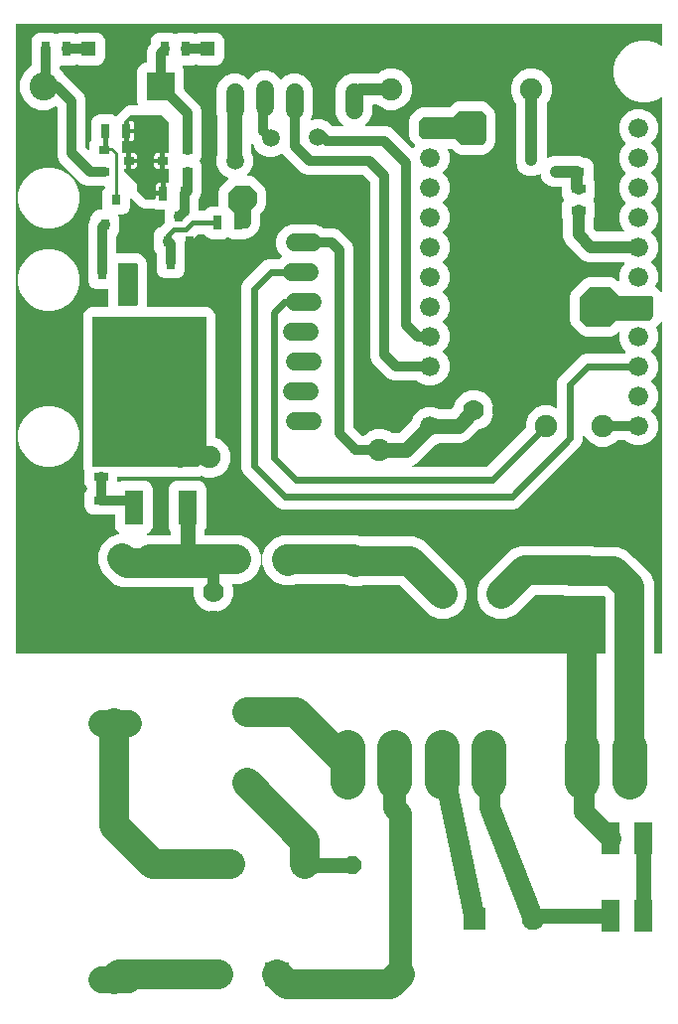
<source format=gbr>
G04 EAGLE Gerber RS-274X export*
G75*
%MOMM*%
%FSLAX34Y34*%
%LPD*%
%INBottom Copper*%
%IPPOS*%
%AMOC8*
5,1,8,0,0,1.08239X$1,22.5*%
G01*
%ADD10R,0.800000X1.200000*%
%ADD11P,1.924489X8X292.500000*%
%ADD12C,1.778000*%
%ADD13R,0.900000X0.800000*%
%ADD14R,0.800000X0.900000*%
%ADD15R,1.200000X1.200000*%
%ADD16R,1.200000X0.800000*%
%ADD17C,1.676400*%
%ADD18C,1.524000*%
%ADD19R,1.600000X3.000000*%
%ADD20R,5.800000X6.200000*%
%ADD21C,3.000000*%
%ADD22R,2.032000X2.032000*%
%ADD23C,2.032000*%
%ADD24R,1.600000X2.700000*%
%ADD25C,2.184400*%
%ADD26R,1.270000X1.470000*%
%ADD27P,1.649562X8X292.500000*%
%ADD28P,1.649562X8X22.500000*%
%ADD29P,1.924489X8X22.500000*%
%ADD30C,2.286000*%
%ADD31C,1.930400*%
%ADD32R,1.930400X1.930400*%
%ADD33R,2.413000X2.413000*%
%ADD34C,2.413000*%
%ADD35C,2.540000*%
%ADD36C,1.778000*%
%ADD37C,0.812800*%
%ADD38C,1.016000*%
%ADD39C,1.270000*%
%ADD40C,1.500000*%
%ADD41C,0.406400*%
%ADD42C,1.905000*%
%ADD43C,1.905000*%
%ADD44C,0.609600*%
%ADD45C,0.254000*%

G36*
X-16658Y215142D02*
X-16658Y215142D01*
X-16677Y215140D01*
X-16779Y215162D01*
X-16881Y215179D01*
X-16898Y215188D01*
X-16918Y215192D01*
X-17007Y215245D01*
X-17098Y215294D01*
X-17112Y215308D01*
X-17129Y215318D01*
X-17196Y215397D01*
X-17268Y215472D01*
X-17276Y215490D01*
X-17289Y215505D01*
X-17328Y215601D01*
X-17371Y215695D01*
X-17373Y215715D01*
X-17381Y215733D01*
X-17399Y215900D01*
X-17399Y275579D01*
X-20551Y283187D01*
X-26481Y289117D01*
X-33938Y296574D01*
X-33938Y296575D01*
X-39868Y302505D01*
X-47477Y305656D01*
X-67209Y305656D01*
X-67274Y305667D01*
X-67339Y305667D01*
X-67419Y305691D01*
X-67452Y305696D01*
X-67469Y305705D01*
X-67501Y305714D01*
X-69882Y306701D01*
X-131318Y306701D01*
X-138926Y303549D01*
X-165049Y277426D01*
X-168201Y269818D01*
X-168201Y261582D01*
X-165049Y253974D01*
X-159226Y248151D01*
X-151618Y244999D01*
X-143382Y244999D01*
X-135774Y248151D01*
X-118848Y265076D01*
X-118774Y265129D01*
X-118705Y265189D01*
X-118675Y265201D01*
X-118649Y265220D01*
X-118562Y265247D01*
X-118477Y265281D01*
X-118436Y265285D01*
X-118414Y265292D01*
X-118381Y265291D01*
X-118310Y265299D01*
X-95215Y265299D01*
X-95151Y265289D01*
X-95085Y265288D01*
X-95005Y265265D01*
X-94973Y265260D01*
X-94955Y265250D01*
X-94924Y265241D01*
X-92542Y264255D01*
X-60484Y264255D01*
X-60394Y264240D01*
X-60303Y264233D01*
X-60274Y264220D01*
X-60242Y264215D01*
X-60161Y264172D01*
X-60077Y264137D01*
X-60045Y264111D01*
X-60024Y264100D01*
X-60002Y264077D01*
X-59946Y264032D01*
X-59024Y263109D01*
X-58971Y263035D01*
X-58911Y262966D01*
X-58899Y262936D01*
X-58880Y262910D01*
X-58853Y262823D01*
X-58819Y262738D01*
X-58815Y262697D01*
X-58808Y262675D01*
X-58809Y262642D01*
X-58801Y262571D01*
X-58801Y215900D01*
X-58804Y215880D01*
X-58802Y215861D01*
X-58824Y215759D01*
X-58840Y215657D01*
X-58850Y215640D01*
X-58854Y215620D01*
X-58907Y215531D01*
X-58956Y215440D01*
X-58970Y215426D01*
X-58980Y215409D01*
X-59059Y215342D01*
X-59134Y215271D01*
X-59152Y215262D01*
X-59167Y215249D01*
X-59263Y215210D01*
X-59357Y215167D01*
X-59377Y215165D01*
X-59395Y215157D01*
X-59562Y215139D01*
X-560578Y215139D01*
X-560598Y215142D01*
X-560617Y215140D01*
X-560719Y215162D01*
X-560821Y215179D01*
X-560838Y215188D01*
X-560858Y215192D01*
X-560947Y215245D01*
X-561038Y215294D01*
X-561052Y215308D01*
X-561069Y215318D01*
X-561136Y215397D01*
X-561208Y215472D01*
X-561216Y215490D01*
X-561229Y215505D01*
X-561268Y215601D01*
X-561311Y215695D01*
X-561313Y215715D01*
X-561321Y215733D01*
X-561339Y215900D01*
X-561339Y751078D01*
X-561337Y751090D01*
X-561338Y751098D01*
X-561337Y751105D01*
X-561338Y751117D01*
X-561316Y751219D01*
X-561300Y751321D01*
X-561290Y751338D01*
X-561286Y751358D01*
X-561233Y751447D01*
X-561184Y751538D01*
X-561170Y751552D01*
X-561160Y751569D01*
X-561081Y751636D01*
X-561006Y751708D01*
X-560988Y751716D01*
X-560973Y751729D01*
X-560877Y751768D01*
X-560783Y751811D01*
X-560763Y751813D01*
X-560745Y751821D01*
X-560578Y751839D01*
X-10922Y751839D01*
X-10902Y751836D01*
X-10883Y751838D01*
X-10781Y751816D01*
X-10679Y751800D01*
X-10662Y751790D01*
X-10642Y751786D01*
X-10553Y751733D01*
X-10462Y751684D01*
X-10448Y751670D01*
X-10431Y751660D01*
X-10364Y751581D01*
X-10292Y751506D01*
X-10284Y751488D01*
X-10271Y751473D01*
X-10232Y751377D01*
X-10189Y751283D01*
X-10187Y751263D01*
X-10179Y751245D01*
X-10161Y751078D01*
X-10161Y733928D01*
X-10176Y733834D01*
X-10185Y733739D01*
X-10196Y733713D01*
X-10200Y733685D01*
X-10245Y733601D01*
X-10283Y733514D01*
X-10302Y733493D01*
X-10316Y733468D01*
X-10385Y733402D01*
X-10449Y733332D01*
X-10473Y733318D01*
X-10494Y733298D01*
X-10580Y733258D01*
X-10664Y733212D01*
X-10691Y733207D01*
X-10717Y733195D01*
X-10812Y733184D01*
X-10905Y733167D01*
X-10933Y733171D01*
X-10961Y733168D01*
X-11055Y733188D01*
X-11149Y733201D01*
X-11181Y733216D01*
X-11202Y733220D01*
X-11230Y733237D01*
X-11303Y733269D01*
X-15302Y735578D01*
X-21956Y737361D01*
X-28844Y737361D01*
X-35498Y735578D01*
X-41463Y732134D01*
X-46334Y727263D01*
X-49778Y721298D01*
X-51561Y714644D01*
X-51561Y707756D01*
X-49778Y701102D01*
X-46334Y695137D01*
X-41463Y690266D01*
X-35498Y686822D01*
X-28844Y685039D01*
X-21956Y685039D01*
X-15302Y686822D01*
X-11303Y689131D01*
X-11214Y689165D01*
X-11127Y689205D01*
X-11099Y689208D01*
X-11073Y689218D01*
X-10977Y689222D01*
X-10883Y689232D01*
X-10855Y689226D01*
X-10827Y689227D01*
X-10735Y689200D01*
X-10642Y689180D01*
X-10618Y689166D01*
X-10591Y689158D01*
X-10513Y689103D01*
X-10431Y689054D01*
X-10413Y689032D01*
X-10390Y689016D01*
X-10333Y688940D01*
X-10271Y688867D01*
X-10261Y688841D01*
X-10244Y688818D01*
X-10215Y688727D01*
X-10179Y688639D01*
X-10175Y688604D01*
X-10169Y688584D01*
X-10169Y688551D01*
X-10161Y688472D01*
X-10161Y523677D01*
X-10176Y523581D01*
X-10186Y523484D01*
X-10196Y523460D01*
X-10200Y523434D01*
X-10246Y523349D01*
X-10286Y523259D01*
X-10303Y523240D01*
X-10316Y523217D01*
X-10386Y523150D01*
X-10452Y523078D01*
X-10475Y523066D01*
X-10494Y523048D01*
X-10582Y523007D01*
X-10668Y522960D01*
X-10693Y522955D01*
X-10717Y522944D01*
X-10814Y522933D01*
X-10910Y522916D01*
X-10936Y522920D01*
X-10961Y522917D01*
X-11056Y522938D01*
X-11153Y522952D01*
X-11176Y522964D01*
X-11202Y522969D01*
X-11285Y523019D01*
X-11372Y523063D01*
X-11391Y523082D01*
X-11413Y523095D01*
X-11476Y523169D01*
X-11544Y523239D01*
X-11560Y523267D01*
X-11573Y523282D01*
X-11585Y523313D01*
X-11625Y523386D01*
X-11815Y523843D01*
X-14637Y526665D01*
X-15600Y527064D01*
X-15617Y527075D01*
X-15636Y527080D01*
X-15721Y527139D01*
X-15809Y527194D01*
X-15822Y527209D01*
X-15838Y527221D01*
X-15900Y527304D01*
X-15966Y527383D01*
X-15973Y527402D01*
X-15985Y527418D01*
X-16017Y527516D01*
X-16054Y527613D01*
X-16055Y527633D01*
X-16061Y527652D01*
X-16060Y527755D01*
X-16064Y527859D01*
X-16059Y527878D01*
X-16059Y527898D01*
X-16012Y528059D01*
X-14097Y532681D01*
X-14097Y539199D01*
X-16591Y545220D01*
X-19473Y548102D01*
X-19485Y548118D01*
X-19500Y548130D01*
X-19556Y548218D01*
X-19617Y548301D01*
X-19622Y548320D01*
X-19633Y548337D01*
X-19659Y548438D01*
X-19689Y548537D01*
X-19688Y548556D01*
X-19693Y548576D01*
X-19685Y548679D01*
X-19683Y548782D01*
X-19676Y548801D01*
X-19674Y548821D01*
X-19634Y548916D01*
X-19598Y549013D01*
X-19586Y549029D01*
X-19578Y549047D01*
X-19473Y549178D01*
X-16591Y552060D01*
X-14097Y558081D01*
X-14097Y564599D01*
X-16591Y570620D01*
X-19473Y573502D01*
X-19485Y573518D01*
X-19500Y573530D01*
X-19556Y573618D01*
X-19617Y573701D01*
X-19622Y573720D01*
X-19633Y573737D01*
X-19659Y573838D01*
X-19689Y573937D01*
X-19688Y573956D01*
X-19693Y573976D01*
X-19685Y574079D01*
X-19683Y574182D01*
X-19676Y574201D01*
X-19674Y574221D01*
X-19634Y574316D01*
X-19598Y574413D01*
X-19586Y574429D01*
X-19578Y574447D01*
X-19473Y574578D01*
X-16591Y577460D01*
X-14097Y583481D01*
X-14097Y589999D01*
X-16591Y596020D01*
X-19473Y598902D01*
X-19485Y598918D01*
X-19500Y598930D01*
X-19556Y599018D01*
X-19617Y599101D01*
X-19622Y599120D01*
X-19633Y599137D01*
X-19659Y599238D01*
X-19689Y599337D01*
X-19688Y599356D01*
X-19693Y599376D01*
X-19685Y599479D01*
X-19683Y599582D01*
X-19676Y599601D01*
X-19674Y599621D01*
X-19634Y599716D01*
X-19598Y599813D01*
X-19586Y599829D01*
X-19578Y599847D01*
X-19473Y599978D01*
X-16591Y602860D01*
X-14097Y608881D01*
X-14097Y615399D01*
X-16591Y621420D01*
X-19473Y624302D01*
X-19485Y624318D01*
X-19500Y624330D01*
X-19556Y624418D01*
X-19617Y624501D01*
X-19622Y624520D01*
X-19633Y624537D01*
X-19659Y624638D01*
X-19689Y624737D01*
X-19688Y624756D01*
X-19693Y624776D01*
X-19685Y624879D01*
X-19683Y624982D01*
X-19676Y625001D01*
X-19674Y625021D01*
X-19634Y625116D01*
X-19598Y625213D01*
X-19586Y625229D01*
X-19578Y625247D01*
X-19473Y625378D01*
X-16591Y628260D01*
X-14097Y634281D01*
X-14097Y640799D01*
X-16591Y646820D01*
X-19473Y649702D01*
X-19485Y649718D01*
X-19500Y649730D01*
X-19556Y649818D01*
X-19617Y649901D01*
X-19622Y649920D01*
X-19633Y649937D01*
X-19659Y650038D01*
X-19689Y650137D01*
X-19688Y650156D01*
X-19693Y650176D01*
X-19685Y650279D01*
X-19683Y650382D01*
X-19676Y650401D01*
X-19674Y650421D01*
X-19634Y650516D01*
X-19598Y650613D01*
X-19586Y650629D01*
X-19578Y650647D01*
X-19473Y650778D01*
X-16591Y653660D01*
X-14097Y659681D01*
X-14097Y666199D01*
X-16591Y672220D01*
X-21200Y676829D01*
X-27221Y679323D01*
X-33739Y679323D01*
X-39760Y676829D01*
X-44369Y672220D01*
X-46863Y666199D01*
X-46863Y659681D01*
X-44369Y653660D01*
X-41487Y650778D01*
X-41475Y650762D01*
X-41460Y650750D01*
X-41404Y650662D01*
X-41343Y650579D01*
X-41338Y650560D01*
X-41327Y650543D01*
X-41302Y650442D01*
X-41271Y650343D01*
X-41272Y650324D01*
X-41267Y650304D01*
X-41275Y650201D01*
X-41277Y650098D01*
X-41284Y650079D01*
X-41286Y650059D01*
X-41326Y649964D01*
X-41362Y649867D01*
X-41374Y649851D01*
X-41382Y649833D01*
X-41487Y649702D01*
X-44369Y646820D01*
X-46863Y640799D01*
X-46863Y634281D01*
X-44369Y628260D01*
X-41487Y625378D01*
X-41475Y625362D01*
X-41460Y625350D01*
X-41404Y625262D01*
X-41343Y625179D01*
X-41338Y625160D01*
X-41327Y625143D01*
X-41302Y625042D01*
X-41271Y624943D01*
X-41272Y624924D01*
X-41267Y624904D01*
X-41275Y624801D01*
X-41277Y624698D01*
X-41284Y624679D01*
X-41286Y624659D01*
X-41326Y624564D01*
X-41362Y624467D01*
X-41374Y624451D01*
X-41382Y624433D01*
X-41487Y624302D01*
X-44369Y621420D01*
X-46863Y615399D01*
X-46863Y608881D01*
X-44369Y602860D01*
X-41487Y599978D01*
X-41475Y599962D01*
X-41460Y599950D01*
X-41404Y599862D01*
X-41343Y599779D01*
X-41338Y599760D01*
X-41327Y599743D01*
X-41302Y599642D01*
X-41271Y599543D01*
X-41272Y599524D01*
X-41267Y599504D01*
X-41275Y599401D01*
X-41277Y599298D01*
X-41284Y599279D01*
X-41286Y599259D01*
X-41326Y599164D01*
X-41362Y599067D01*
X-41374Y599051D01*
X-41382Y599033D01*
X-41487Y598902D01*
X-44369Y596020D01*
X-46863Y589999D01*
X-46863Y583481D01*
X-44369Y577460D01*
X-42629Y575720D01*
X-42587Y575662D01*
X-42538Y575610D01*
X-42516Y575563D01*
X-42485Y575521D01*
X-42464Y575452D01*
X-42434Y575387D01*
X-42428Y575335D01*
X-42413Y575285D01*
X-42415Y575214D01*
X-42407Y575143D01*
X-42418Y575092D01*
X-42419Y575040D01*
X-42444Y574972D01*
X-42459Y574902D01*
X-42486Y574857D01*
X-42504Y574809D01*
X-42549Y574753D01*
X-42585Y574691D01*
X-42625Y574657D01*
X-42658Y574617D01*
X-42718Y574578D01*
X-42772Y574531D01*
X-42821Y574512D01*
X-42864Y574484D01*
X-42934Y574466D01*
X-43001Y574439D01*
X-43072Y574431D01*
X-43103Y574423D01*
X-43126Y574425D01*
X-43167Y574421D01*
X-65386Y574421D01*
X-65477Y574435D01*
X-65567Y574443D01*
X-65597Y574455D01*
X-65629Y574460D01*
X-65710Y574503D01*
X-65794Y574539D01*
X-65826Y574565D01*
X-65847Y574576D01*
X-65869Y574599D01*
X-65925Y574644D01*
X-68446Y577165D01*
X-68499Y577239D01*
X-68559Y577309D01*
X-68571Y577339D01*
X-68590Y577365D01*
X-68617Y577452D01*
X-68651Y577537D01*
X-68655Y577578D01*
X-68662Y577600D01*
X-68661Y577632D01*
X-68669Y577704D01*
X-68669Y584886D01*
X-68659Y584951D01*
X-68658Y585016D01*
X-68635Y585096D01*
X-68630Y585129D01*
X-68620Y585146D01*
X-68611Y585177D01*
X-67749Y587259D01*
X-67749Y598441D01*
X-68993Y601445D01*
X-68994Y601447D01*
X-69040Y601511D01*
X-69046Y601530D01*
X-69057Y601547D01*
X-69076Y601624D01*
X-69088Y601649D01*
X-69091Y601675D01*
X-69113Y601746D01*
X-69112Y601766D01*
X-69117Y601786D01*
X-69111Y601860D01*
X-69115Y601893D01*
X-69108Y601925D01*
X-69107Y601992D01*
X-69100Y602011D01*
X-69098Y602031D01*
X-69072Y602093D01*
X-69063Y602134D01*
X-69042Y602168D01*
X-69022Y602223D01*
X-69010Y602239D01*
X-69002Y602257D01*
X-68982Y602282D01*
X-67749Y605259D01*
X-67749Y616441D01*
X-68967Y619381D01*
X-68988Y619470D01*
X-69016Y619557D01*
X-69016Y619589D01*
X-69023Y619621D01*
X-69015Y619712D01*
X-69014Y619803D01*
X-69002Y619843D01*
X-69000Y619866D01*
X-68987Y619895D01*
X-68967Y619964D01*
X-68849Y620249D01*
X-68849Y631431D01*
X-70067Y634372D01*
X-72318Y636623D01*
X-75259Y637841D01*
X-77320Y637841D01*
X-77384Y637851D01*
X-77450Y637852D01*
X-77530Y637875D01*
X-77562Y637880D01*
X-77580Y637890D01*
X-77611Y637899D01*
X-80368Y639041D01*
X-103372Y639041D01*
X-105839Y638019D01*
X-105903Y638004D01*
X-105964Y637979D01*
X-106047Y637970D01*
X-106079Y637963D01*
X-106098Y637964D01*
X-106131Y637961D01*
X-106861Y637961D01*
X-107637Y637640D01*
X-107681Y637629D01*
X-107723Y637610D01*
X-107800Y637601D01*
X-107876Y637583D01*
X-107922Y637588D01*
X-107967Y637583D01*
X-108044Y637599D01*
X-108121Y637607D01*
X-108163Y637625D01*
X-108208Y637635D01*
X-108275Y637675D01*
X-108346Y637706D01*
X-108380Y637738D01*
X-108419Y637761D01*
X-108470Y637820D01*
X-108527Y637873D01*
X-108549Y637913D01*
X-108579Y637948D01*
X-108608Y638020D01*
X-108645Y638088D01*
X-108654Y638133D01*
X-108671Y638176D01*
X-108686Y638312D01*
X-108689Y638330D01*
X-108688Y638335D01*
X-108689Y638343D01*
X-108689Y684090D01*
X-108687Y684101D01*
X-108688Y684108D01*
X-108680Y684144D01*
X-108675Y684180D01*
X-108667Y684271D01*
X-108655Y684301D01*
X-108650Y684333D01*
X-108607Y684414D01*
X-108571Y684498D01*
X-108545Y684530D01*
X-108534Y684550D01*
X-108511Y684573D01*
X-108466Y684629D01*
X-107062Y686032D01*
X-104394Y692474D01*
X-104394Y699446D01*
X-107062Y705888D01*
X-111992Y710818D01*
X-118434Y713486D01*
X-125406Y713486D01*
X-131848Y710818D01*
X-136778Y705888D01*
X-139446Y699446D01*
X-139446Y692474D01*
X-136778Y686032D01*
X-135074Y684329D01*
X-135021Y684255D01*
X-134961Y684185D01*
X-134949Y684155D01*
X-134930Y684129D01*
X-134903Y684042D01*
X-134869Y683957D01*
X-134865Y683916D01*
X-134858Y683894D01*
X-134859Y683862D01*
X-134851Y683790D01*
X-134851Y632858D01*
X-134329Y631598D01*
X-134314Y631534D01*
X-134289Y631473D01*
X-134280Y631390D01*
X-134273Y631358D01*
X-134274Y631339D01*
X-134271Y631306D01*
X-134271Y629869D01*
X-133053Y626928D01*
X-130802Y624677D01*
X-127861Y623459D01*
X-127131Y623459D01*
X-127066Y623449D01*
X-127000Y623448D01*
X-126920Y623425D01*
X-126888Y623420D01*
X-126871Y623410D01*
X-126839Y623401D01*
X-124372Y622379D01*
X-119168Y622379D01*
X-116701Y623401D01*
X-116637Y623416D01*
X-116576Y623441D01*
X-116493Y623450D01*
X-116461Y623457D01*
X-116442Y623456D01*
X-116409Y623459D01*
X-115679Y623459D01*
X-114858Y623799D01*
X-114838Y623804D01*
X-114821Y623814D01*
X-114718Y623832D01*
X-114618Y623856D01*
X-114598Y623854D01*
X-114579Y623857D01*
X-114476Y623842D01*
X-114373Y623832D01*
X-114355Y623824D01*
X-114335Y623821D01*
X-114243Y623775D01*
X-114148Y623732D01*
X-114134Y623719D01*
X-114116Y623710D01*
X-114043Y623636D01*
X-113967Y623566D01*
X-113958Y623549D01*
X-113944Y623534D01*
X-113863Y623387D01*
X-113329Y622098D01*
X-113314Y622034D01*
X-113289Y621973D01*
X-113280Y621890D01*
X-113273Y621858D01*
X-113274Y621839D01*
X-113271Y621806D01*
X-113271Y620369D01*
X-112053Y617428D01*
X-109802Y615177D01*
X-106861Y613959D01*
X-106131Y613959D01*
X-106066Y613949D01*
X-106000Y613948D01*
X-105920Y613925D01*
X-105888Y613920D01*
X-105871Y613910D01*
X-105839Y613901D01*
X-103372Y612879D01*
X-96692Y612879D01*
X-96672Y612876D01*
X-96653Y612878D01*
X-96551Y612856D01*
X-96449Y612840D01*
X-96432Y612830D01*
X-96412Y612826D01*
X-96323Y612773D01*
X-96232Y612724D01*
X-96218Y612710D01*
X-96201Y612700D01*
X-96134Y612621D01*
X-96062Y612546D01*
X-96054Y612528D01*
X-96041Y612513D01*
X-96002Y612417D01*
X-95959Y612323D01*
X-95957Y612303D01*
X-95949Y612285D01*
X-95931Y612118D01*
X-95931Y609348D01*
X-95809Y609053D01*
X-95794Y608990D01*
X-95769Y608929D01*
X-95760Y608846D01*
X-95753Y608814D01*
X-95754Y608795D01*
X-95751Y608762D01*
X-95751Y605259D01*
X-94519Y602286D01*
X-94516Y602282D01*
X-94496Y602239D01*
X-94459Y602189D01*
X-94454Y602169D01*
X-94443Y602152D01*
X-94428Y602093D01*
X-94412Y602059D01*
X-94408Y602020D01*
X-94387Y601953D01*
X-94388Y601933D01*
X-94383Y601914D01*
X-94388Y601844D01*
X-94385Y601814D01*
X-94392Y601784D01*
X-94393Y601708D01*
X-94400Y601689D01*
X-94402Y601669D01*
X-94432Y601599D01*
X-94437Y601574D01*
X-94451Y601552D01*
X-94478Y601477D01*
X-94491Y601461D01*
X-94498Y601442D01*
X-94518Y601418D01*
X-95751Y598441D01*
X-95751Y587259D01*
X-94889Y585177D01*
X-94874Y585114D01*
X-94849Y585053D01*
X-94840Y584970D01*
X-94833Y584938D01*
X-94834Y584919D01*
X-94831Y584886D01*
X-94831Y569368D01*
X-92839Y564560D01*
X-78530Y550251D01*
X-73722Y548259D01*
X-43167Y548259D01*
X-43097Y548248D01*
X-43025Y548246D01*
X-42976Y548228D01*
X-42924Y548220D01*
X-42861Y548186D01*
X-42794Y548161D01*
X-42753Y548129D01*
X-42707Y548104D01*
X-42658Y548052D01*
X-42602Y548008D01*
X-42574Y547964D01*
X-42538Y547926D01*
X-42508Y547861D01*
X-42469Y547801D01*
X-42456Y547750D01*
X-42434Y547703D01*
X-42426Y547632D01*
X-42409Y547562D01*
X-42413Y547510D01*
X-42407Y547459D01*
X-42422Y547388D01*
X-42428Y547317D01*
X-42448Y547269D01*
X-42459Y547218D01*
X-42496Y547157D01*
X-42524Y547091D01*
X-42569Y547035D01*
X-42585Y547007D01*
X-42603Y546992D01*
X-42629Y546960D01*
X-44369Y545220D01*
X-46863Y539199D01*
X-46863Y532789D01*
X-46874Y532718D01*
X-46876Y532647D01*
X-46894Y532598D01*
X-46902Y532546D01*
X-46936Y532483D01*
X-46961Y532416D01*
X-46993Y532375D01*
X-47018Y532329D01*
X-47070Y532279D01*
X-47114Y532223D01*
X-47158Y532195D01*
X-47196Y532159D01*
X-47261Y532129D01*
X-47321Y532090D01*
X-47372Y532078D01*
X-47419Y532056D01*
X-47490Y532048D01*
X-47560Y532030D01*
X-47612Y532034D01*
X-47663Y532029D01*
X-47734Y532044D01*
X-47805Y532050D01*
X-47853Y532070D01*
X-47904Y532081D01*
X-47965Y532118D01*
X-48031Y532146D01*
X-48087Y532191D01*
X-48115Y532207D01*
X-48130Y532225D01*
X-48162Y532251D01*
X-50197Y534285D01*
X-53884Y535813D01*
X-73116Y535813D01*
X-76803Y534285D01*
X-87245Y523843D01*
X-88773Y520156D01*
X-88773Y498384D01*
X-87245Y494697D01*
X-79343Y486795D01*
X-75656Y485267D01*
X-53884Y485267D01*
X-50197Y486795D01*
X-48162Y488829D01*
X-48104Y488871D01*
X-48052Y488921D01*
X-48005Y488942D01*
X-47963Y488973D01*
X-47894Y488994D01*
X-47829Y489024D01*
X-47777Y489030D01*
X-47727Y489045D01*
X-47656Y489043D01*
X-47585Y489051D01*
X-47534Y489040D01*
X-47482Y489039D01*
X-47414Y489014D01*
X-47344Y488999D01*
X-47299Y488972D01*
X-47251Y488954D01*
X-47195Y488910D01*
X-47133Y488873D01*
X-47099Y488833D01*
X-47059Y488801D01*
X-47020Y488740D01*
X-46973Y488686D01*
X-46954Y488638D01*
X-46926Y488594D01*
X-46908Y488524D01*
X-46881Y488458D01*
X-46873Y488386D01*
X-46865Y488355D01*
X-46867Y488332D01*
X-46863Y488291D01*
X-46863Y481881D01*
X-44369Y475860D01*
X-41487Y472978D01*
X-41475Y472962D01*
X-41460Y472950D01*
X-41431Y472906D01*
X-41397Y472869D01*
X-41376Y472823D01*
X-41343Y472779D01*
X-41338Y472760D01*
X-41327Y472743D01*
X-41313Y472689D01*
X-41293Y472646D01*
X-41288Y472599D01*
X-41271Y472543D01*
X-41272Y472524D01*
X-41267Y472504D01*
X-41271Y472446D01*
X-41266Y472402D01*
X-41276Y472358D01*
X-41277Y472298D01*
X-41284Y472279D01*
X-41286Y472259D01*
X-41309Y472204D01*
X-41319Y472161D01*
X-41341Y472124D01*
X-41362Y472067D01*
X-41374Y472051D01*
X-41382Y472033D01*
X-41435Y471967D01*
X-41445Y471950D01*
X-41455Y471941D01*
X-41487Y471902D01*
X-42377Y471012D01*
X-42451Y470959D01*
X-42520Y470899D01*
X-42550Y470887D01*
X-42577Y470868D01*
X-42664Y470841D01*
X-42749Y470807D01*
X-42789Y470803D01*
X-42812Y470796D01*
X-42844Y470797D01*
X-42915Y470789D01*
X-75858Y470789D01*
X-79919Y469107D01*
X-98267Y450759D01*
X-99949Y446698D01*
X-99949Y425209D01*
X-99956Y425163D01*
X-99954Y425118D01*
X-99976Y425043D01*
X-99988Y424966D01*
X-100010Y424925D01*
X-100023Y424881D01*
X-100067Y424817D01*
X-100104Y424749D01*
X-100137Y424717D01*
X-100163Y424679D01*
X-100226Y424633D01*
X-100282Y424579D01*
X-100324Y424560D01*
X-100360Y424532D01*
X-100434Y424508D01*
X-100505Y424476D01*
X-100551Y424471D01*
X-100594Y424456D01*
X-100672Y424457D01*
X-100749Y424448D01*
X-100794Y424458D01*
X-100840Y424459D01*
X-100972Y424497D01*
X-100990Y424501D01*
X-100994Y424503D01*
X-101001Y424505D01*
X-105734Y426466D01*
X-112706Y426466D01*
X-119148Y423798D01*
X-124078Y418868D01*
X-126746Y412426D01*
X-126746Y407355D01*
X-126760Y407265D01*
X-126768Y407174D01*
X-126780Y407144D01*
X-126785Y407112D01*
X-126828Y407031D01*
X-126864Y406948D01*
X-126890Y406915D01*
X-126901Y406895D01*
X-126924Y406873D01*
X-126969Y406817D01*
X-159674Y374112D01*
X-159748Y374059D01*
X-159817Y373999D01*
X-159847Y373987D01*
X-159873Y373968D01*
X-159960Y373941D01*
X-160045Y373907D01*
X-160086Y373903D01*
X-160108Y373896D01*
X-160141Y373897D01*
X-160212Y373889D01*
X-222837Y373889D01*
X-222933Y373904D01*
X-223030Y373914D01*
X-223054Y373924D01*
X-223080Y373928D01*
X-223166Y373974D01*
X-223255Y374014D01*
X-223274Y374031D01*
X-223297Y374044D01*
X-223364Y374114D01*
X-223436Y374180D01*
X-223449Y374203D01*
X-223467Y374222D01*
X-223508Y374310D01*
X-223555Y374396D01*
X-223559Y374421D01*
X-223570Y374445D01*
X-223581Y374542D01*
X-223598Y374638D01*
X-223594Y374664D01*
X-223597Y374689D01*
X-223577Y374785D01*
X-223562Y374881D01*
X-223551Y374904D01*
X-223545Y374930D01*
X-223495Y375013D01*
X-223451Y375100D01*
X-223432Y375119D01*
X-223419Y375141D01*
X-223345Y375204D01*
X-223275Y375272D01*
X-223247Y375288D01*
X-223232Y375301D01*
X-223201Y375313D01*
X-223128Y375353D01*
X-220471Y376454D01*
X-216327Y380598D01*
X-204013Y392912D01*
X-203960Y392950D01*
X-203913Y392996D01*
X-203840Y393037D01*
X-203813Y393056D01*
X-203794Y393062D01*
X-203766Y393077D01*
X-200255Y394531D01*
X-200192Y394546D01*
X-200131Y394571D01*
X-200048Y394580D01*
X-200016Y394587D01*
X-199997Y394586D01*
X-199964Y394589D01*
X-181505Y394589D01*
X-176231Y396774D01*
X-172087Y400918D01*
X-167721Y405284D01*
X-167668Y405322D01*
X-167621Y405368D01*
X-167548Y405408D01*
X-167522Y405427D01*
X-167503Y405433D01*
X-167474Y405449D01*
X-161482Y407931D01*
X-156731Y412682D01*
X-154159Y418890D01*
X-154159Y425610D01*
X-156731Y431818D01*
X-161482Y436569D01*
X-167690Y439141D01*
X-174410Y439141D01*
X-180618Y436569D01*
X-185369Y431818D01*
X-187851Y425826D01*
X-187886Y425770D01*
X-187912Y425710D01*
X-187964Y425645D01*
X-187981Y425617D01*
X-187996Y425604D01*
X-188016Y425579D01*
X-190081Y423514D01*
X-190155Y423461D01*
X-190225Y423401D01*
X-190255Y423389D01*
X-190281Y423370D01*
X-190368Y423343D01*
X-190453Y423309D01*
X-190494Y423305D01*
X-190516Y423298D01*
X-190548Y423299D01*
X-190620Y423291D01*
X-199964Y423291D01*
X-200029Y423301D01*
X-200094Y423302D01*
X-200174Y423325D01*
X-200207Y423330D01*
X-200224Y423340D01*
X-200255Y423349D01*
X-205021Y425323D01*
X-211539Y425323D01*
X-217560Y422829D01*
X-222169Y418220D01*
X-224143Y413454D01*
X-224177Y413398D01*
X-224203Y413338D01*
X-224255Y413273D01*
X-224272Y413245D01*
X-224287Y413233D01*
X-224308Y413207D01*
X-234321Y403194D01*
X-234395Y403141D01*
X-234465Y403081D01*
X-234495Y403069D01*
X-234521Y403050D01*
X-234608Y403023D01*
X-234693Y402989D01*
X-234734Y402985D01*
X-234756Y402978D01*
X-234788Y402979D01*
X-234860Y402971D01*
X-240710Y402971D01*
X-240800Y402985D01*
X-240891Y402993D01*
X-240921Y403005D01*
X-240953Y403010D01*
X-241034Y403053D01*
X-241118Y403089D01*
X-241150Y403115D01*
X-241170Y403126D01*
X-241193Y403149D01*
X-241249Y403194D01*
X-241532Y403478D01*
X-247974Y406146D01*
X-254946Y406146D01*
X-261388Y403478D01*
X-263957Y400908D01*
X-264031Y400855D01*
X-264101Y400795D01*
X-264131Y400783D01*
X-264157Y400764D01*
X-264244Y400737D01*
X-264329Y400703D01*
X-264370Y400699D01*
X-264392Y400692D01*
X-264424Y400693D01*
X-264496Y400685D01*
X-266467Y400685D01*
X-266557Y400699D01*
X-266648Y400707D01*
X-266678Y400719D01*
X-266710Y400724D01*
X-266791Y400767D01*
X-266875Y400803D01*
X-266907Y400829D01*
X-266927Y400840D01*
X-266950Y400863D01*
X-267006Y400908D01*
X-273462Y407364D01*
X-273515Y407438D01*
X-273575Y407508D01*
X-273587Y407538D01*
X-273606Y407564D01*
X-273633Y407651D01*
X-273667Y407736D01*
X-273671Y407777D01*
X-273678Y407799D01*
X-273677Y407831D01*
X-273685Y407903D01*
X-273685Y561200D01*
X-275522Y565634D01*
X-279023Y569135D01*
X-285266Y575378D01*
X-289700Y577215D01*
X-298268Y577215D01*
X-298358Y577229D01*
X-298449Y577237D01*
X-298479Y577249D01*
X-298511Y577254D01*
X-298592Y577297D01*
X-298676Y577333D01*
X-298708Y577359D01*
X-298728Y577370D01*
X-298751Y577393D01*
X-298807Y577438D01*
X-299762Y578393D01*
X-305503Y580771D01*
X-326957Y580771D01*
X-332698Y578393D01*
X-337093Y573998D01*
X-339471Y568257D01*
X-339471Y562043D01*
X-337093Y556302D01*
X-335015Y554224D01*
X-334989Y554187D01*
X-334955Y554156D01*
X-334917Y554088D01*
X-334872Y554025D01*
X-334858Y553981D01*
X-334836Y553940D01*
X-334822Y553864D01*
X-334799Y553789D01*
X-334801Y553744D01*
X-334792Y553698D01*
X-334804Y553621D01*
X-334806Y553544D01*
X-334822Y553500D01*
X-334828Y553455D01*
X-334864Y553386D01*
X-334890Y553313D01*
X-334919Y553277D01*
X-334940Y553236D01*
X-334995Y553181D01*
X-335044Y553121D01*
X-335083Y553096D01*
X-335115Y553064D01*
X-335231Y553000D01*
X-337209Y551022D01*
X-337283Y550969D01*
X-337353Y550909D01*
X-337383Y550897D01*
X-337409Y550878D01*
X-337496Y550851D01*
X-337581Y550817D01*
X-337622Y550813D01*
X-337644Y550806D01*
X-337676Y550807D01*
X-337748Y550799D01*
X-346368Y550799D01*
X-350429Y549117D01*
X-367507Y532039D01*
X-369189Y527978D01*
X-369189Y372882D01*
X-367507Y368821D01*
X-338459Y339773D01*
X-334398Y338091D01*
X-136342Y338091D01*
X-132281Y339773D01*
X-79533Y392521D01*
X-77851Y396582D01*
X-77851Y400095D01*
X-77836Y400191D01*
X-77826Y400288D01*
X-77816Y400312D01*
X-77812Y400338D01*
X-77766Y400424D01*
X-77726Y400513D01*
X-77709Y400532D01*
X-77696Y400555D01*
X-77626Y400622D01*
X-77560Y400694D01*
X-77537Y400707D01*
X-77518Y400725D01*
X-77430Y400766D01*
X-77344Y400813D01*
X-77319Y400817D01*
X-77295Y400828D01*
X-77198Y400839D01*
X-77102Y400856D01*
X-77076Y400852D01*
X-77051Y400855D01*
X-76955Y400835D01*
X-76859Y400821D01*
X-76836Y400809D01*
X-76810Y400803D01*
X-76727Y400753D01*
X-76640Y400709D01*
X-76621Y400690D01*
X-76599Y400677D01*
X-76536Y400603D01*
X-76468Y400533D01*
X-76452Y400505D01*
X-76439Y400490D01*
X-76427Y400459D01*
X-76387Y400386D01*
X-75818Y399012D01*
X-70888Y394082D01*
X-64446Y391414D01*
X-57474Y391414D01*
X-51032Y394082D01*
X-48463Y396652D01*
X-48389Y396705D01*
X-48319Y396765D01*
X-48289Y396777D01*
X-48263Y396796D01*
X-48176Y396823D01*
X-48091Y396857D01*
X-48050Y396861D01*
X-48028Y396868D01*
X-47996Y396867D01*
X-47924Y396875D01*
X-41899Y396875D01*
X-41809Y396861D01*
X-41718Y396853D01*
X-41688Y396841D01*
X-41657Y396836D01*
X-41576Y396793D01*
X-41492Y396757D01*
X-41460Y396731D01*
X-41439Y396720D01*
X-41417Y396697D01*
X-41361Y396652D01*
X-39760Y395051D01*
X-33739Y392557D01*
X-27221Y392557D01*
X-21200Y395051D01*
X-16591Y399660D01*
X-14097Y405681D01*
X-14097Y412199D01*
X-16591Y418220D01*
X-19473Y421102D01*
X-19485Y421118D01*
X-19500Y421130D01*
X-19556Y421218D01*
X-19617Y421301D01*
X-19622Y421320D01*
X-19633Y421337D01*
X-19659Y421438D01*
X-19689Y421537D01*
X-19688Y421556D01*
X-19693Y421576D01*
X-19685Y421679D01*
X-19683Y421782D01*
X-19676Y421801D01*
X-19674Y421821D01*
X-19634Y421916D01*
X-19598Y422013D01*
X-19586Y422029D01*
X-19578Y422047D01*
X-19473Y422178D01*
X-16591Y425060D01*
X-14097Y431081D01*
X-14097Y437599D01*
X-16591Y443620D01*
X-19473Y446502D01*
X-19485Y446518D01*
X-19500Y446530D01*
X-19556Y446618D01*
X-19617Y446701D01*
X-19622Y446720D01*
X-19633Y446737D01*
X-19659Y446838D01*
X-19689Y446937D01*
X-19688Y446956D01*
X-19693Y446976D01*
X-19685Y447079D01*
X-19683Y447182D01*
X-19676Y447201D01*
X-19674Y447221D01*
X-19634Y447316D01*
X-19598Y447413D01*
X-19586Y447429D01*
X-19578Y447447D01*
X-19473Y447578D01*
X-16591Y450460D01*
X-14097Y456481D01*
X-14097Y462999D01*
X-16591Y469020D01*
X-19473Y471902D01*
X-19485Y471918D01*
X-19500Y471930D01*
X-19534Y471982D01*
X-19563Y472013D01*
X-19581Y472052D01*
X-19617Y472101D01*
X-19622Y472120D01*
X-19633Y472137D01*
X-19648Y472197D01*
X-19667Y472236D01*
X-19671Y472280D01*
X-19689Y472337D01*
X-19688Y472356D01*
X-19693Y472376D01*
X-19689Y472435D01*
X-19694Y472481D01*
X-19684Y472525D01*
X-19683Y472582D01*
X-19676Y472601D01*
X-19674Y472621D01*
X-19652Y472674D01*
X-19641Y472721D01*
X-19617Y472762D01*
X-19598Y472813D01*
X-19586Y472829D01*
X-19578Y472847D01*
X-19531Y472906D01*
X-19515Y472932D01*
X-19498Y472947D01*
X-19473Y472978D01*
X-16591Y475860D01*
X-14097Y481881D01*
X-14097Y488399D01*
X-15823Y492564D01*
X-15849Y492678D01*
X-15878Y492791D01*
X-15877Y492798D01*
X-15879Y492804D01*
X-15868Y492920D01*
X-15859Y493037D01*
X-15856Y493042D01*
X-15856Y493049D01*
X-15808Y493156D01*
X-15762Y493263D01*
X-15758Y493269D01*
X-15756Y493273D01*
X-15743Y493287D01*
X-15658Y493394D01*
X-11815Y497237D01*
X-11625Y497694D01*
X-11574Y497777D01*
X-11528Y497863D01*
X-11509Y497881D01*
X-11496Y497903D01*
X-11421Y497965D01*
X-11350Y498032D01*
X-11326Y498043D01*
X-11306Y498060D01*
X-11215Y498095D01*
X-11127Y498136D01*
X-11101Y498139D01*
X-11077Y498148D01*
X-10979Y498152D01*
X-10883Y498163D01*
X-10857Y498158D01*
X-10831Y498159D01*
X-10737Y498131D01*
X-10642Y498111D01*
X-10620Y498097D01*
X-10595Y498090D01*
X-10515Y498035D01*
X-10431Y497985D01*
X-10414Y497965D01*
X-10393Y497950D01*
X-10335Y497872D01*
X-10271Y497798D01*
X-10261Y497773D01*
X-10246Y497752D01*
X-10216Y497660D01*
X-10179Y497570D01*
X-10176Y497537D01*
X-10170Y497519D01*
X-10170Y497486D01*
X-10161Y497403D01*
X-10161Y215900D01*
X-10164Y215880D01*
X-10162Y215861D01*
X-10184Y215759D01*
X-10200Y215657D01*
X-10210Y215640D01*
X-10214Y215620D01*
X-10267Y215531D01*
X-10316Y215440D01*
X-10330Y215426D01*
X-10340Y215409D01*
X-10419Y215342D01*
X-10494Y215271D01*
X-10512Y215262D01*
X-10527Y215249D01*
X-10623Y215210D01*
X-10717Y215167D01*
X-10737Y215165D01*
X-10755Y215157D01*
X-10922Y215139D01*
X-16638Y215139D01*
X-16658Y215142D01*
G37*
%LPC*%
G36*
X-389680Y250539D02*
X-389680Y250539D01*
X-383472Y253111D01*
X-378721Y257862D01*
X-376149Y264070D01*
X-376149Y270790D01*
X-377208Y273347D01*
X-377219Y273391D01*
X-377238Y273433D01*
X-377247Y273510D01*
X-377265Y273586D01*
X-377260Y273632D01*
X-377265Y273677D01*
X-377249Y273754D01*
X-377241Y273831D01*
X-377223Y273873D01*
X-377213Y273918D01*
X-377173Y273985D01*
X-377141Y274056D01*
X-377110Y274090D01*
X-377087Y274129D01*
X-377028Y274180D01*
X-376975Y274237D01*
X-376935Y274259D01*
X-376900Y274289D01*
X-376828Y274318D01*
X-376760Y274355D01*
X-376714Y274364D01*
X-376672Y274381D01*
X-376536Y274396D01*
X-376517Y274399D01*
X-376513Y274398D01*
X-376505Y274399D01*
X-369382Y274399D01*
X-361774Y277551D01*
X-355951Y283374D01*
X-352799Y290982D01*
X-352799Y299218D01*
X-355951Y306826D01*
X-361774Y312649D01*
X-369382Y315801D01*
X-400238Y315801D01*
X-400258Y315804D01*
X-400277Y315802D01*
X-400379Y315824D01*
X-400481Y315840D01*
X-400498Y315850D01*
X-400518Y315854D01*
X-400607Y315907D01*
X-400698Y315956D01*
X-400712Y315970D01*
X-400729Y315980D01*
X-400796Y316059D01*
X-400868Y316134D01*
X-400876Y316152D01*
X-400889Y316167D01*
X-400928Y316263D01*
X-400971Y316357D01*
X-400973Y316377D01*
X-400981Y316395D01*
X-400999Y316562D01*
X-400999Y319071D01*
X-400985Y319161D01*
X-400977Y319252D01*
X-400965Y319281D01*
X-400960Y319313D01*
X-400917Y319394D01*
X-400881Y319478D01*
X-400855Y319510D01*
X-400844Y319531D01*
X-400821Y319553D01*
X-400776Y319609D01*
X-400567Y319818D01*
X-399349Y322759D01*
X-399349Y355941D01*
X-400567Y358882D01*
X-402818Y361133D01*
X-405759Y362351D01*
X-424941Y362351D01*
X-427882Y361133D01*
X-430133Y358882D01*
X-431351Y355941D01*
X-431351Y322759D01*
X-430133Y319818D01*
X-429924Y319609D01*
X-429871Y319535D01*
X-429811Y319466D01*
X-429799Y319435D01*
X-429780Y319409D01*
X-429753Y319322D01*
X-429719Y319237D01*
X-429715Y319196D01*
X-429708Y319174D01*
X-429709Y319142D01*
X-429701Y319071D01*
X-429701Y316562D01*
X-429704Y316542D01*
X-429702Y316523D01*
X-429724Y316421D01*
X-429740Y316319D01*
X-429750Y316302D01*
X-429754Y316282D01*
X-429807Y316193D01*
X-429856Y316102D01*
X-429870Y316088D01*
X-429880Y316071D01*
X-429959Y316004D01*
X-430034Y315932D01*
X-430052Y315924D01*
X-430067Y315911D01*
X-430163Y315872D01*
X-430257Y315829D01*
X-430277Y315827D01*
X-430295Y315819D01*
X-430462Y315801D01*
X-448856Y315801D01*
X-448952Y315816D01*
X-449049Y315826D01*
X-449073Y315836D01*
X-449099Y315840D01*
X-449184Y315886D01*
X-449274Y315926D01*
X-449293Y315943D01*
X-449316Y315956D01*
X-449383Y316026D01*
X-449455Y316092D01*
X-449467Y316115D01*
X-449485Y316134D01*
X-449526Y316222D01*
X-449573Y316308D01*
X-449578Y316333D01*
X-449589Y316357D01*
X-449600Y316454D01*
X-449617Y316550D01*
X-449613Y316576D01*
X-449616Y316601D01*
X-449595Y316697D01*
X-449581Y316793D01*
X-449569Y316816D01*
X-449564Y316842D01*
X-449514Y316925D01*
X-449470Y317012D01*
X-449451Y317031D01*
X-449438Y317053D01*
X-449364Y317116D01*
X-449294Y317184D01*
X-449266Y317200D01*
X-449251Y317213D01*
X-449220Y317225D01*
X-449147Y317265D01*
X-448418Y317567D01*
X-446167Y319818D01*
X-444949Y322759D01*
X-444949Y355941D01*
X-446167Y358882D01*
X-448418Y361133D01*
X-451359Y362351D01*
X-470541Y362351D01*
X-473482Y361133D01*
X-473650Y360965D01*
X-473708Y360923D01*
X-473760Y360874D01*
X-473807Y360852D01*
X-473849Y360821D01*
X-473918Y360800D01*
X-473983Y360770D01*
X-474035Y360764D01*
X-474085Y360749D01*
X-474156Y360751D01*
X-474227Y360743D01*
X-474278Y360754D01*
X-474330Y360755D01*
X-474398Y360780D01*
X-474468Y360795D01*
X-474513Y360822D01*
X-474561Y360840D01*
X-474617Y360885D01*
X-474679Y360921D01*
X-474713Y360961D01*
X-474753Y360994D01*
X-474792Y361054D01*
X-474839Y361108D01*
X-474858Y361157D01*
X-474886Y361200D01*
X-474904Y361270D01*
X-474931Y361337D01*
X-474939Y361408D01*
X-474947Y361439D01*
X-474945Y361462D01*
X-474949Y361503D01*
X-474949Y365253D01*
X-474946Y365273D01*
X-474948Y365292D01*
X-474926Y365394D01*
X-474910Y365496D01*
X-474900Y365513D01*
X-474896Y365533D01*
X-474843Y365622D01*
X-474794Y365713D01*
X-474780Y365727D01*
X-474770Y365744D01*
X-474691Y365811D01*
X-474616Y365883D01*
X-474598Y365891D01*
X-474583Y365904D01*
X-474487Y365943D01*
X-474393Y365986D01*
X-474373Y365988D01*
X-474355Y365996D01*
X-474188Y366014D01*
X-426179Y366014D01*
X-426114Y366004D01*
X-426049Y366003D01*
X-425969Y365980D01*
X-425936Y365975D01*
X-425919Y365965D01*
X-425888Y365956D01*
X-424495Y365379D01*
X-418785Y365379D01*
X-417392Y365956D01*
X-417329Y365971D01*
X-417268Y365996D01*
X-417185Y366005D01*
X-417153Y366012D01*
X-417134Y366011D01*
X-417101Y366014D01*
X-404682Y366014D01*
X-404029Y366285D01*
X-403940Y366306D01*
X-403853Y366334D01*
X-403820Y366334D01*
X-403789Y366341D01*
X-403698Y366333D01*
X-403607Y366332D01*
X-403567Y366320D01*
X-403544Y366318D01*
X-403515Y366305D01*
X-403446Y366285D01*
X-399726Y364744D01*
X-392754Y364744D01*
X-386312Y367412D01*
X-381382Y372342D01*
X-378714Y378784D01*
X-378714Y385756D01*
X-381382Y392198D01*
X-386312Y397128D01*
X-390944Y399046D01*
X-391044Y399108D01*
X-391144Y399168D01*
X-391148Y399172D01*
X-391153Y399176D01*
X-391228Y399265D01*
X-391304Y399355D01*
X-391306Y399360D01*
X-391310Y399365D01*
X-391352Y399473D01*
X-391396Y399583D01*
X-391397Y399590D01*
X-391398Y399595D01*
X-391399Y399613D01*
X-391414Y399749D01*
X-391414Y503368D01*
X-392729Y506542D01*
X-395158Y508971D01*
X-398332Y510286D01*
X-448946Y510286D01*
X-448966Y510289D01*
X-448985Y510287D01*
X-449087Y510309D01*
X-449189Y510325D01*
X-449206Y510335D01*
X-449226Y510339D01*
X-449315Y510392D01*
X-449406Y510441D01*
X-449420Y510455D01*
X-449437Y510465D01*
X-449504Y510544D01*
X-449576Y510619D01*
X-449584Y510637D01*
X-449597Y510652D01*
X-449636Y510748D01*
X-449679Y510842D01*
X-449681Y510862D01*
X-449689Y510880D01*
X-449707Y511047D01*
X-449707Y548096D01*
X-451235Y551783D01*
X-454057Y554605D01*
X-457744Y556133D01*
X-474436Y556133D01*
X-474673Y556035D01*
X-474717Y556024D01*
X-474759Y556005D01*
X-474836Y555996D01*
X-474912Y555978D01*
X-474958Y555983D01*
X-475003Y555978D01*
X-475080Y555994D01*
X-475157Y556001D01*
X-475199Y556020D01*
X-475244Y556030D01*
X-475311Y556070D01*
X-475382Y556101D01*
X-475416Y556133D01*
X-475455Y556156D01*
X-475506Y556215D01*
X-475563Y556268D01*
X-475585Y556308D01*
X-475615Y556343D01*
X-475644Y556415D01*
X-475681Y556483D01*
X-475690Y556528D01*
X-475707Y556571D01*
X-475722Y556707D01*
X-475725Y556725D01*
X-475724Y556730D01*
X-475725Y556738D01*
X-475725Y570445D01*
X-475711Y570535D01*
X-475703Y570626D01*
X-475691Y570656D01*
X-475686Y570687D01*
X-475643Y570768D01*
X-475607Y570852D01*
X-475581Y570884D01*
X-475570Y570905D01*
X-475547Y570927D01*
X-475502Y570983D01*
X-474967Y571518D01*
X-473749Y574459D01*
X-473749Y577844D01*
X-473739Y577909D01*
X-473738Y577974D01*
X-473715Y578054D01*
X-473710Y578087D01*
X-473700Y578104D01*
X-473691Y578136D01*
X-473685Y578150D01*
X-473685Y582950D01*
X-473691Y582964D01*
X-473706Y583028D01*
X-473731Y583089D01*
X-473740Y583172D01*
X-473747Y583204D01*
X-473746Y583223D01*
X-473749Y583256D01*
X-473749Y586641D01*
X-474311Y587997D01*
X-474321Y588041D01*
X-474340Y588083D01*
X-474349Y588160D01*
X-474367Y588236D01*
X-474363Y588282D01*
X-474368Y588327D01*
X-474351Y588404D01*
X-474344Y588481D01*
X-474325Y588523D01*
X-474315Y588568D01*
X-474275Y588635D01*
X-474244Y588706D01*
X-474213Y588740D01*
X-474189Y588779D01*
X-474130Y588830D01*
X-474077Y588887D01*
X-474037Y588909D01*
X-474002Y588939D01*
X-473930Y588968D01*
X-473862Y589005D01*
X-473817Y589014D01*
X-473774Y589031D01*
X-473638Y589046D01*
X-473620Y589049D01*
X-473615Y589048D01*
X-473607Y589049D01*
X-470659Y589049D01*
X-467718Y590267D01*
X-465467Y592518D01*
X-464249Y595459D01*
X-464249Y602060D01*
X-464238Y602131D01*
X-464236Y602202D01*
X-464218Y602251D01*
X-464210Y602303D01*
X-464176Y602366D01*
X-464151Y602433D01*
X-464119Y602474D01*
X-464094Y602520D01*
X-464042Y602569D01*
X-463998Y602625D01*
X-463954Y602654D01*
X-463916Y602689D01*
X-463851Y602720D01*
X-463791Y602758D01*
X-463740Y602771D01*
X-463693Y602793D01*
X-463622Y602801D01*
X-463552Y602818D01*
X-463500Y602814D01*
X-463449Y602820D01*
X-463378Y602805D01*
X-463307Y602799D01*
X-463259Y602779D01*
X-463208Y602768D01*
X-463147Y602731D01*
X-463081Y602703D01*
X-463025Y602658D01*
X-462997Y602642D01*
X-462982Y602624D01*
X-462950Y602598D01*
X-458601Y598249D01*
X-455958Y595606D01*
X-452644Y594233D01*
X-443893Y594233D01*
X-443828Y594223D01*
X-443763Y594222D01*
X-443683Y594199D01*
X-443650Y594194D01*
X-443633Y594184D01*
X-443602Y594175D01*
X-441631Y593359D01*
X-435372Y593359D01*
X-435352Y593356D01*
X-435333Y593358D01*
X-435231Y593336D01*
X-435129Y593320D01*
X-435112Y593310D01*
X-435092Y593306D01*
X-435003Y593253D01*
X-434912Y593204D01*
X-434898Y593190D01*
X-434881Y593180D01*
X-434814Y593101D01*
X-434742Y593026D01*
X-434734Y593008D01*
X-434721Y592993D01*
X-434682Y592897D01*
X-434639Y592803D01*
X-434637Y592783D01*
X-434629Y592765D01*
X-434611Y592598D01*
X-434611Y590246D01*
X-434621Y590181D01*
X-434622Y590116D01*
X-434645Y590036D01*
X-434650Y590003D01*
X-434660Y589986D01*
X-434669Y589954D01*
X-434675Y589940D01*
X-434675Y585140D01*
X-434669Y585126D01*
X-434654Y585062D01*
X-434629Y585001D01*
X-434620Y584918D01*
X-434613Y584886D01*
X-434614Y584867D01*
X-434611Y584834D01*
X-434611Y583193D01*
X-434625Y583103D01*
X-434633Y583012D01*
X-434645Y582982D01*
X-434650Y582950D01*
X-434693Y582870D01*
X-434729Y582786D01*
X-434755Y582754D01*
X-434766Y582733D01*
X-434789Y582711D01*
X-434834Y582655D01*
X-438868Y578620D01*
X-438921Y578582D01*
X-438968Y578536D01*
X-439041Y578496D01*
X-439068Y578477D01*
X-439087Y578471D01*
X-439115Y578455D01*
X-440642Y577823D01*
X-442893Y575572D01*
X-444111Y572631D01*
X-444111Y569246D01*
X-444121Y569181D01*
X-444122Y569116D01*
X-444145Y569036D01*
X-444150Y569003D01*
X-444160Y568986D01*
X-444169Y568954D01*
X-444175Y568940D01*
X-444175Y564140D01*
X-444169Y564126D01*
X-444154Y564062D01*
X-444129Y564001D01*
X-444120Y563918D01*
X-444113Y563886D01*
X-444114Y563867D01*
X-444111Y563834D01*
X-444111Y560449D01*
X-442893Y557508D01*
X-441858Y556473D01*
X-441805Y556399D01*
X-441745Y556330D01*
X-441733Y556299D01*
X-441714Y556273D01*
X-441687Y556186D01*
X-441653Y556101D01*
X-441649Y556060D01*
X-441642Y556038D01*
X-441643Y556006D01*
X-441635Y555935D01*
X-441635Y546440D01*
X-441429Y545943D01*
X-441414Y545879D01*
X-441389Y545818D01*
X-441380Y545735D01*
X-441373Y545703D01*
X-441374Y545684D01*
X-441371Y545651D01*
X-441371Y541049D01*
X-440153Y538108D01*
X-437902Y535857D01*
X-434961Y534639D01*
X-423779Y534639D01*
X-420838Y535857D01*
X-418587Y538108D01*
X-417369Y541049D01*
X-417369Y545934D01*
X-417359Y545999D01*
X-417358Y546064D01*
X-417335Y546144D01*
X-417330Y546177D01*
X-417320Y546194D01*
X-417311Y546226D01*
X-417305Y546240D01*
X-417305Y551040D01*
X-417311Y551054D01*
X-417326Y551118D01*
X-417351Y551179D01*
X-417360Y551262D01*
X-417367Y551294D01*
X-417366Y551313D01*
X-417369Y551346D01*
X-417369Y556231D01*
X-417447Y556420D01*
X-417462Y556484D01*
X-417487Y556544D01*
X-417496Y556627D01*
X-417503Y556659D01*
X-417502Y556679D01*
X-417505Y556711D01*
X-417505Y565786D01*
X-417502Y565806D01*
X-417504Y565825D01*
X-417482Y565927D01*
X-417466Y566029D01*
X-417456Y566046D01*
X-417452Y566066D01*
X-417399Y566155D01*
X-417350Y566246D01*
X-417336Y566260D01*
X-417326Y566277D01*
X-417247Y566344D01*
X-417172Y566416D01*
X-417154Y566424D01*
X-417139Y566437D01*
X-417043Y566476D01*
X-416949Y566519D01*
X-416929Y566521D01*
X-416911Y566529D01*
X-416744Y566547D01*
X-414564Y566547D01*
X-410877Y568075D01*
X-407948Y571004D01*
X-406857Y572094D01*
X-406783Y572147D01*
X-406714Y572207D01*
X-406684Y572219D01*
X-406658Y572238D01*
X-406571Y572265D01*
X-406486Y572299D01*
X-406445Y572303D01*
X-406422Y572310D01*
X-406390Y572309D01*
X-406319Y572317D01*
X-401008Y572317D01*
X-400893Y572298D01*
X-400777Y572281D01*
X-400772Y572279D01*
X-400765Y572278D01*
X-400662Y572223D01*
X-400558Y572170D01*
X-400554Y572165D01*
X-400548Y572162D01*
X-400467Y572077D01*
X-400386Y571994D01*
X-400382Y571988D01*
X-400379Y571984D01*
X-400371Y571967D01*
X-400305Y571847D01*
X-400293Y571818D01*
X-398042Y569567D01*
X-395101Y568349D01*
X-383919Y568349D01*
X-380913Y569594D01*
X-380849Y569641D01*
X-380829Y569646D01*
X-380812Y569657D01*
X-380712Y569683D01*
X-380613Y569713D01*
X-380593Y569712D01*
X-380574Y569717D01*
X-380471Y569709D01*
X-380368Y569707D01*
X-380349Y569700D01*
X-380329Y569698D01*
X-380234Y569658D01*
X-380137Y569622D01*
X-380121Y569609D01*
X-380102Y569602D01*
X-380078Y569582D01*
X-377101Y568349D01*
X-365919Y568349D01*
X-364277Y569029D01*
X-364213Y569044D01*
X-364152Y569069D01*
X-364069Y569078D01*
X-364037Y569085D01*
X-364018Y569084D01*
X-363985Y569087D01*
X-363764Y569087D01*
X-360077Y570615D01*
X-354715Y575977D01*
X-353187Y579664D01*
X-353187Y589889D01*
X-353173Y589979D01*
X-353165Y590070D01*
X-353153Y590100D01*
X-353148Y590132D01*
X-353105Y590212D01*
X-353069Y590296D01*
X-353043Y590328D01*
X-353032Y590349D01*
X-353009Y590371D01*
X-352964Y590427D01*
X-349635Y593757D01*
X-348107Y597444D01*
X-348107Y609056D01*
X-349635Y612743D01*
X-357537Y620645D01*
X-361224Y622173D01*
X-363718Y622173D01*
X-363789Y622184D01*
X-363861Y622186D01*
X-363910Y622204D01*
X-363961Y622212D01*
X-364024Y622246D01*
X-364092Y622271D01*
X-364132Y622303D01*
X-364178Y622328D01*
X-364228Y622380D01*
X-364284Y622424D01*
X-364312Y622468D01*
X-364348Y622506D01*
X-364378Y622571D01*
X-364417Y622631D01*
X-364429Y622682D01*
X-364451Y622729D01*
X-364459Y622800D01*
X-364477Y622870D01*
X-364473Y622922D01*
X-364478Y622973D01*
X-364463Y623044D01*
X-364458Y623115D01*
X-364437Y623163D01*
X-364426Y623214D01*
X-364389Y623275D01*
X-364361Y623341D01*
X-364316Y623397D01*
X-364300Y623425D01*
X-364282Y623440D01*
X-364256Y623472D01*
X-361509Y626220D01*
X-359149Y631917D01*
X-359149Y638083D01*
X-360541Y641444D01*
X-360556Y641508D01*
X-360581Y641569D01*
X-360590Y641651D01*
X-360597Y641683D01*
X-360596Y641703D01*
X-360599Y641735D01*
X-360599Y649381D01*
X-360584Y649477D01*
X-360574Y649574D01*
X-360564Y649598D01*
X-360560Y649624D01*
X-360514Y649710D01*
X-360474Y649799D01*
X-360457Y649818D01*
X-360444Y649841D01*
X-360374Y649908D01*
X-360308Y649980D01*
X-360285Y649993D01*
X-360266Y650011D01*
X-360178Y650052D01*
X-360092Y650099D01*
X-360067Y650103D01*
X-360043Y650114D01*
X-359946Y650125D01*
X-359850Y650143D01*
X-359824Y650139D01*
X-359799Y650142D01*
X-359703Y650121D01*
X-359607Y650107D01*
X-359584Y650095D01*
X-359558Y650089D01*
X-359475Y650039D01*
X-359388Y649995D01*
X-359369Y649977D01*
X-359347Y649963D01*
X-359284Y649889D01*
X-359216Y649820D01*
X-359200Y649791D01*
X-359187Y649776D01*
X-359175Y649746D01*
X-359135Y649673D01*
X-357311Y645270D01*
X-352950Y640909D01*
X-347253Y638549D01*
X-341087Y638549D01*
X-335390Y640909D01*
X-335280Y641018D01*
X-335243Y641045D01*
X-335212Y641079D01*
X-335144Y641117D01*
X-335081Y641162D01*
X-335037Y641175D01*
X-334996Y641198D01*
X-334920Y641211D01*
X-334846Y641234D01*
X-334799Y641233D01*
X-334754Y641241D01*
X-334677Y641230D01*
X-334600Y641228D01*
X-334556Y641212D01*
X-334511Y641205D01*
X-334441Y641170D01*
X-334369Y641143D01*
X-334333Y641115D01*
X-334292Y641094D01*
X-334237Y641038D01*
X-334177Y640990D01*
X-334152Y640951D01*
X-334119Y640918D01*
X-334106Y640894D01*
X-321485Y628273D01*
X-317984Y624772D01*
X-313550Y622935D01*
X-265663Y622935D01*
X-265573Y622921D01*
X-265482Y622913D01*
X-265452Y622901D01*
X-265420Y622896D01*
X-265339Y622853D01*
X-265255Y622817D01*
X-265223Y622791D01*
X-265203Y622780D01*
X-265180Y622757D01*
X-265124Y622712D01*
X-259938Y617526D01*
X-259885Y617452D01*
X-259825Y617382D01*
X-259813Y617352D01*
X-259794Y617326D01*
X-259767Y617239D01*
X-259733Y617154D01*
X-259729Y617113D01*
X-259722Y617091D01*
X-259723Y617059D01*
X-259715Y616987D01*
X-259715Y467500D01*
X-257878Y463066D01*
X-244324Y449512D01*
X-239890Y447675D01*
X-219699Y447675D01*
X-219609Y447661D01*
X-219518Y447653D01*
X-219489Y447641D01*
X-219457Y447636D01*
X-219376Y447593D01*
X-219292Y447557D01*
X-219260Y447531D01*
X-219239Y447520D01*
X-219217Y447497D01*
X-219161Y447452D01*
X-217560Y445851D01*
X-211539Y443357D01*
X-205021Y443357D01*
X-199000Y445851D01*
X-194391Y450460D01*
X-191897Y456481D01*
X-191897Y462999D01*
X-194391Y469020D01*
X-197273Y471902D01*
X-197285Y471918D01*
X-197300Y471930D01*
X-197334Y471982D01*
X-197363Y472013D01*
X-197381Y472052D01*
X-197417Y472101D01*
X-197422Y472120D01*
X-197433Y472137D01*
X-197448Y472197D01*
X-197467Y472236D01*
X-197471Y472280D01*
X-197489Y472337D01*
X-197488Y472356D01*
X-197493Y472376D01*
X-197489Y472435D01*
X-197494Y472481D01*
X-197484Y472525D01*
X-197483Y472582D01*
X-197476Y472601D01*
X-197474Y472621D01*
X-197452Y472674D01*
X-197441Y472721D01*
X-197417Y472762D01*
X-197398Y472813D01*
X-197386Y472829D01*
X-197378Y472847D01*
X-197331Y472906D01*
X-197315Y472932D01*
X-197298Y472947D01*
X-197273Y472978D01*
X-194391Y475860D01*
X-191897Y481881D01*
X-191897Y488399D01*
X-194391Y494420D01*
X-197273Y497302D01*
X-197285Y497318D01*
X-197300Y497330D01*
X-197356Y497418D01*
X-197417Y497501D01*
X-197422Y497520D01*
X-197433Y497537D01*
X-197458Y497638D01*
X-197489Y497737D01*
X-197488Y497756D01*
X-197493Y497776D01*
X-197485Y497879D01*
X-197483Y497982D01*
X-197476Y498001D01*
X-197474Y498021D01*
X-197434Y498116D01*
X-197398Y498213D01*
X-197386Y498229D01*
X-197378Y498247D01*
X-197273Y498378D01*
X-194391Y501260D01*
X-191897Y507281D01*
X-191897Y513799D01*
X-194391Y519820D01*
X-197273Y522702D01*
X-197285Y522718D01*
X-197300Y522730D01*
X-197356Y522818D01*
X-197417Y522901D01*
X-197422Y522920D01*
X-197433Y522937D01*
X-197458Y523038D01*
X-197489Y523137D01*
X-197488Y523156D01*
X-197493Y523176D01*
X-197485Y523279D01*
X-197483Y523382D01*
X-197476Y523401D01*
X-197474Y523421D01*
X-197434Y523516D01*
X-197398Y523613D01*
X-197386Y523629D01*
X-197378Y523647D01*
X-197273Y523778D01*
X-194391Y526660D01*
X-191897Y532681D01*
X-191897Y539199D01*
X-194391Y545220D01*
X-197273Y548102D01*
X-197285Y548118D01*
X-197300Y548130D01*
X-197356Y548218D01*
X-197417Y548301D01*
X-197422Y548320D01*
X-197433Y548337D01*
X-197458Y548438D01*
X-197489Y548537D01*
X-197488Y548556D01*
X-197493Y548576D01*
X-197485Y548679D01*
X-197483Y548782D01*
X-197476Y548801D01*
X-197474Y548821D01*
X-197434Y548916D01*
X-197398Y549013D01*
X-197386Y549029D01*
X-197378Y549047D01*
X-197273Y549178D01*
X-194391Y552060D01*
X-191897Y558081D01*
X-191897Y564599D01*
X-194391Y570620D01*
X-197273Y573502D01*
X-197285Y573518D01*
X-197300Y573530D01*
X-197356Y573618D01*
X-197417Y573701D01*
X-197422Y573720D01*
X-197433Y573737D01*
X-197458Y573838D01*
X-197489Y573937D01*
X-197488Y573956D01*
X-197493Y573976D01*
X-197485Y574079D01*
X-197483Y574182D01*
X-197476Y574201D01*
X-197474Y574221D01*
X-197434Y574316D01*
X-197398Y574413D01*
X-197386Y574429D01*
X-197378Y574447D01*
X-197273Y574578D01*
X-194391Y577460D01*
X-191897Y583481D01*
X-191897Y589999D01*
X-194391Y596020D01*
X-197273Y598902D01*
X-197285Y598918D01*
X-197300Y598930D01*
X-197356Y599018D01*
X-197417Y599101D01*
X-197422Y599120D01*
X-197433Y599137D01*
X-197458Y599238D01*
X-197489Y599337D01*
X-197488Y599356D01*
X-197493Y599376D01*
X-197485Y599479D01*
X-197483Y599582D01*
X-197476Y599601D01*
X-197474Y599621D01*
X-197434Y599716D01*
X-197398Y599813D01*
X-197386Y599829D01*
X-197378Y599847D01*
X-197273Y599978D01*
X-194391Y602860D01*
X-191897Y608881D01*
X-191897Y615399D01*
X-194391Y621420D01*
X-197273Y624302D01*
X-197285Y624318D01*
X-197300Y624330D01*
X-197356Y624418D01*
X-197417Y624501D01*
X-197422Y624520D01*
X-197433Y624537D01*
X-197458Y624638D01*
X-197489Y624737D01*
X-197488Y624756D01*
X-197493Y624776D01*
X-197485Y624879D01*
X-197483Y624982D01*
X-197476Y625001D01*
X-197474Y625021D01*
X-197434Y625116D01*
X-197398Y625213D01*
X-197386Y625229D01*
X-197378Y625247D01*
X-197273Y625378D01*
X-194391Y628260D01*
X-191897Y634281D01*
X-191897Y640799D01*
X-193320Y644235D01*
X-193329Y644270D01*
X-193333Y644279D01*
X-193333Y644285D01*
X-193350Y644321D01*
X-193359Y644398D01*
X-193377Y644474D01*
X-193372Y644520D01*
X-193377Y644565D01*
X-193361Y644642D01*
X-193354Y644719D01*
X-193335Y644761D01*
X-193325Y644806D01*
X-193285Y644873D01*
X-193254Y644944D01*
X-193222Y644978D01*
X-193199Y645017D01*
X-193140Y645068D01*
X-193087Y645125D01*
X-193047Y645147D01*
X-193012Y645177D01*
X-192940Y645206D01*
X-192872Y645243D01*
X-192826Y645252D01*
X-192784Y645269D01*
X-192648Y645284D01*
X-192630Y645287D01*
X-192625Y645286D01*
X-192617Y645287D01*
X-189891Y645287D01*
X-189801Y645273D01*
X-189710Y645265D01*
X-189680Y645253D01*
X-189648Y645248D01*
X-189568Y645205D01*
X-189484Y645169D01*
X-189452Y645143D01*
X-189431Y645132D01*
X-189409Y645109D01*
X-189353Y645064D01*
X-186023Y641735D01*
X-182336Y640207D01*
X-163104Y640207D01*
X-159417Y641735D01*
X-154055Y647097D01*
X-152527Y650784D01*
X-152527Y675096D01*
X-154055Y678783D01*
X-159417Y684145D01*
X-163104Y685673D01*
X-184876Y685673D01*
X-188563Y684145D01*
X-191893Y680816D01*
X-191967Y680763D01*
X-192036Y680703D01*
X-192066Y680691D01*
X-192092Y680672D01*
X-192179Y680645D01*
X-192264Y680611D01*
X-192305Y680607D01*
X-192328Y680600D01*
X-192360Y680601D01*
X-192431Y680593D01*
X-215356Y680593D01*
X-219043Y679065D01*
X-224405Y673703D01*
X-225933Y670016D01*
X-225933Y655864D01*
X-224405Y652177D01*
X-221147Y648918D01*
X-221135Y648902D01*
X-221120Y648890D01*
X-221064Y648802D01*
X-221003Y648719D01*
X-220997Y648700D01*
X-220987Y648683D01*
X-220961Y648582D01*
X-220931Y648484D01*
X-220931Y648464D01*
X-220927Y648444D01*
X-220935Y648341D01*
X-220937Y648238D01*
X-220944Y648219D01*
X-220946Y648199D01*
X-220986Y648104D01*
X-221022Y648007D01*
X-221034Y647991D01*
X-221042Y647973D01*
X-221147Y647842D01*
X-222169Y646820D01*
X-222602Y645774D01*
X-222626Y645735D01*
X-222642Y645692D01*
X-222690Y645632D01*
X-222731Y645565D01*
X-222767Y645536D01*
X-222795Y645500D01*
X-222861Y645458D01*
X-222921Y645409D01*
X-222964Y645392D01*
X-223002Y645367D01*
X-223078Y645348D01*
X-223150Y645320D01*
X-223196Y645318D01*
X-223241Y645307D01*
X-223318Y645313D01*
X-223396Y645310D01*
X-223440Y645323D01*
X-223486Y645326D01*
X-223558Y645357D01*
X-223632Y645378D01*
X-223670Y645405D01*
X-223712Y645423D01*
X-223819Y645508D01*
X-223834Y645519D01*
X-223837Y645523D01*
X-223843Y645527D01*
X-240816Y662500D01*
X-245250Y664337D01*
X-262964Y664337D01*
X-263035Y664348D01*
X-263107Y664350D01*
X-263156Y664368D01*
X-263207Y664376D01*
X-263271Y664410D01*
X-263338Y664435D01*
X-263379Y664467D01*
X-263425Y664492D01*
X-263474Y664544D01*
X-263530Y664588D01*
X-263558Y664632D01*
X-263594Y664670D01*
X-263624Y664735D01*
X-263663Y664795D01*
X-263676Y664846D01*
X-263698Y664893D01*
X-263705Y664964D01*
X-263723Y665034D01*
X-263719Y665086D01*
X-263725Y665137D01*
X-263709Y665208D01*
X-263704Y665279D01*
X-263683Y665327D01*
X-263672Y665378D01*
X-263636Y665439D01*
X-263608Y665505D01*
X-263563Y665561D01*
X-263546Y665589D01*
X-263528Y665604D01*
X-263503Y665636D01*
X-259807Y669332D01*
X-257429Y675073D01*
X-257429Y682118D01*
X-257426Y682138D01*
X-257428Y682157D01*
X-257406Y682259D01*
X-257390Y682361D01*
X-257380Y682378D01*
X-257376Y682398D01*
X-257323Y682487D01*
X-257274Y682578D01*
X-257260Y682592D01*
X-257250Y682609D01*
X-257171Y682676D01*
X-257096Y682748D01*
X-257078Y682756D01*
X-257063Y682769D01*
X-256967Y682808D01*
X-256873Y682851D01*
X-256853Y682853D01*
X-256835Y682861D01*
X-256668Y682879D01*
X-253320Y682879D01*
X-253230Y682865D01*
X-253139Y682857D01*
X-253109Y682845D01*
X-253077Y682840D01*
X-252996Y682797D01*
X-252912Y682761D01*
X-252880Y682735D01*
X-252860Y682724D01*
X-252837Y682701D01*
X-252781Y682656D01*
X-251228Y681102D01*
X-244786Y678434D01*
X-237814Y678434D01*
X-231372Y681102D01*
X-226442Y686032D01*
X-223774Y692474D01*
X-223774Y699446D01*
X-226442Y705888D01*
X-231372Y710818D01*
X-237814Y713486D01*
X-244786Y713486D01*
X-251228Y710818D01*
X-252781Y709264D01*
X-252855Y709211D01*
X-252925Y709151D01*
X-252955Y709139D01*
X-252981Y709120D01*
X-253068Y709093D01*
X-253153Y709059D01*
X-253194Y709055D01*
X-253216Y709048D01*
X-253248Y709049D01*
X-253320Y709041D01*
X-276157Y709041D01*
X-281898Y706663D01*
X-286293Y702268D01*
X-288671Y696527D01*
X-288671Y675073D01*
X-286293Y669332D01*
X-282597Y665636D01*
X-282555Y665578D01*
X-282506Y665526D01*
X-282484Y665479D01*
X-282454Y665437D01*
X-282433Y665368D01*
X-282402Y665303D01*
X-282397Y665251D01*
X-282381Y665201D01*
X-282383Y665130D01*
X-282375Y665059D01*
X-282386Y665008D01*
X-282388Y664956D01*
X-282412Y664888D01*
X-282428Y664818D01*
X-282454Y664773D01*
X-282472Y664725D01*
X-282517Y664669D01*
X-282554Y664607D01*
X-282593Y664573D01*
X-282626Y664533D01*
X-282686Y664494D01*
X-282741Y664447D01*
X-282789Y664428D01*
X-282833Y664400D01*
X-282902Y664382D01*
X-282969Y664355D01*
X-283040Y664347D01*
X-283071Y664339D01*
X-283095Y664341D01*
X-283136Y664337D01*
X-291206Y664337D01*
X-291296Y664351D01*
X-291387Y664359D01*
X-291417Y664371D01*
X-291449Y664376D01*
X-291530Y664419D01*
X-291614Y664455D01*
X-291646Y664481D01*
X-291666Y664492D01*
X-291689Y664515D01*
X-291744Y664560D01*
X-295198Y668013D01*
X-300895Y670373D01*
X-307061Y670373D01*
X-309123Y669519D01*
X-309193Y669502D01*
X-309260Y669476D01*
X-309312Y669474D01*
X-309363Y669462D01*
X-309434Y669469D01*
X-309506Y669466D01*
X-309556Y669481D01*
X-309608Y669485D01*
X-309673Y669515D01*
X-309742Y669535D01*
X-309785Y669564D01*
X-309832Y669585D01*
X-309885Y669634D01*
X-309944Y669675D01*
X-309975Y669717D01*
X-310014Y669752D01*
X-310048Y669815D01*
X-310091Y669872D01*
X-310107Y669922D01*
X-310132Y669967D01*
X-310145Y670038D01*
X-310167Y670106D01*
X-310167Y670158D01*
X-310176Y670209D01*
X-310165Y670280D01*
X-310165Y670352D01*
X-310145Y670421D01*
X-310140Y670453D01*
X-310129Y670474D01*
X-310118Y670513D01*
X-308229Y675073D01*
X-308229Y696527D01*
X-310607Y702268D01*
X-315002Y706663D01*
X-320743Y709041D01*
X-326957Y709041D01*
X-332698Y706663D01*
X-334776Y704585D01*
X-334813Y704558D01*
X-334844Y704525D01*
X-334912Y704487D01*
X-334975Y704442D01*
X-335019Y704428D01*
X-335060Y704406D01*
X-335136Y704392D01*
X-335211Y704369D01*
X-335256Y704371D01*
X-335302Y704362D01*
X-335379Y704374D01*
X-335456Y704376D01*
X-335500Y704392D01*
X-335545Y704398D01*
X-335614Y704433D01*
X-335687Y704460D01*
X-335723Y704489D01*
X-335764Y704510D01*
X-335819Y704565D01*
X-335879Y704614D01*
X-335904Y704653D01*
X-335937Y704685D01*
X-336000Y704801D01*
X-340402Y709203D01*
X-346143Y711581D01*
X-352357Y711581D01*
X-358098Y709203D01*
X-362505Y704796D01*
X-362507Y704793D01*
X-362523Y704750D01*
X-362571Y704690D01*
X-362612Y704623D01*
X-362648Y704594D01*
X-362676Y704558D01*
X-362742Y704516D01*
X-362802Y704467D01*
X-362845Y704450D01*
X-362883Y704425D01*
X-362959Y704406D01*
X-363031Y704378D01*
X-363077Y704376D01*
X-363122Y704365D01*
X-363199Y704371D01*
X-363277Y704368D01*
X-363321Y704381D01*
X-363367Y704384D01*
X-363438Y704415D01*
X-363513Y704436D01*
X-363551Y704463D01*
X-363593Y704481D01*
X-363700Y704566D01*
X-363715Y704577D01*
X-363718Y704581D01*
X-363724Y704585D01*
X-365802Y706663D01*
X-371543Y709041D01*
X-377757Y709041D01*
X-383498Y706663D01*
X-387893Y702268D01*
X-390271Y696527D01*
X-390271Y675073D01*
X-389359Y672871D01*
X-389344Y672807D01*
X-389319Y672746D01*
X-389310Y672664D01*
X-389303Y672632D01*
X-389304Y672612D01*
X-389301Y672580D01*
X-389301Y640287D01*
X-389311Y640222D01*
X-389312Y640157D01*
X-389335Y640077D01*
X-389340Y640044D01*
X-389350Y640027D01*
X-389359Y639995D01*
X-390151Y638083D01*
X-390151Y631917D01*
X-387791Y626220D01*
X-383430Y621859D01*
X-380537Y620660D01*
X-380497Y620636D01*
X-380454Y620620D01*
X-380394Y620572D01*
X-380327Y620531D01*
X-380298Y620495D01*
X-380262Y620467D01*
X-380220Y620401D01*
X-380171Y620341D01*
X-380154Y620299D01*
X-380129Y620260D01*
X-380110Y620184D01*
X-380082Y620112D01*
X-380081Y620066D01*
X-380069Y620021D01*
X-380075Y619944D01*
X-380072Y619866D01*
X-380085Y619822D01*
X-380088Y619776D01*
X-380119Y619705D01*
X-380141Y619630D01*
X-380167Y619592D01*
X-380185Y619550D01*
X-380270Y619443D01*
X-380281Y619428D01*
X-380285Y619425D01*
X-380290Y619419D01*
X-381992Y617716D01*
X-386965Y612743D01*
X-388493Y609056D01*
X-388493Y597112D01*
X-388496Y597092D01*
X-388494Y597073D01*
X-388516Y596971D01*
X-388532Y596869D01*
X-388542Y596852D01*
X-388546Y596832D01*
X-388599Y596743D01*
X-388648Y596652D01*
X-388662Y596638D01*
X-388672Y596621D01*
X-388751Y596554D01*
X-388826Y596482D01*
X-388844Y596474D01*
X-388859Y596461D01*
X-388955Y596422D01*
X-389049Y596379D01*
X-389069Y596377D01*
X-389087Y596369D01*
X-389254Y596351D01*
X-395101Y596351D01*
X-398042Y595133D01*
X-400293Y592882D01*
X-400305Y592853D01*
X-400367Y592753D01*
X-400426Y592653D01*
X-400431Y592649D01*
X-400434Y592644D01*
X-400524Y592569D01*
X-400613Y592493D01*
X-400619Y592491D01*
X-400624Y592487D01*
X-400732Y592445D01*
X-400841Y592401D01*
X-400849Y592400D01*
X-400853Y592399D01*
X-400872Y592398D01*
X-401008Y592383D01*
X-405214Y592383D01*
X-405234Y592386D01*
X-405253Y592384D01*
X-405355Y592406D01*
X-405457Y592422D01*
X-405474Y592432D01*
X-405494Y592436D01*
X-405583Y592489D01*
X-405674Y592538D01*
X-405688Y592552D01*
X-405705Y592562D01*
X-405772Y592641D01*
X-405844Y592716D01*
X-405852Y592734D01*
X-405865Y592749D01*
X-405904Y592845D01*
X-405947Y592939D01*
X-405949Y592959D01*
X-405957Y592977D01*
X-405975Y593144D01*
X-405975Y602047D01*
X-405961Y602137D01*
X-405953Y602228D01*
X-405941Y602258D01*
X-405936Y602290D01*
X-405893Y602371D01*
X-405857Y602455D01*
X-405831Y602487D01*
X-405820Y602507D01*
X-405797Y602530D01*
X-405752Y602586D01*
X-405222Y603116D01*
X-403385Y607550D01*
X-403385Y618705D01*
X-403375Y618769D01*
X-403374Y618835D01*
X-403351Y618915D01*
X-403346Y618947D01*
X-403336Y618964D01*
X-403327Y618996D01*
X-402949Y619909D01*
X-402949Y631091D01*
X-404167Y634032D01*
X-404597Y634462D01*
X-404609Y634478D01*
X-404624Y634490D01*
X-404680Y634577D01*
X-404741Y634661D01*
X-404746Y634680D01*
X-404757Y634697D01*
X-404782Y634798D01*
X-404813Y634897D01*
X-404812Y634917D01*
X-404817Y634936D01*
X-404809Y635039D01*
X-404807Y635142D01*
X-404800Y635161D01*
X-404798Y635181D01*
X-404758Y635276D01*
X-404722Y635373D01*
X-404710Y635389D01*
X-404702Y635407D01*
X-404597Y635538D01*
X-404167Y635968D01*
X-402949Y638909D01*
X-402949Y650091D01*
X-403327Y651004D01*
X-403342Y651068D01*
X-403367Y651129D01*
X-403376Y651212D01*
X-403383Y651244D01*
X-403382Y651263D01*
X-403385Y651295D01*
X-403385Y678200D01*
X-405222Y682634D01*
X-417861Y695273D01*
X-417914Y695347D01*
X-417974Y695417D01*
X-417986Y695447D01*
X-418005Y695473D01*
X-418032Y695560D01*
X-418066Y695645D01*
X-418070Y695686D01*
X-418077Y695708D01*
X-418076Y695740D01*
X-418084Y695812D01*
X-418084Y712156D01*
X-419344Y715197D01*
X-419354Y715241D01*
X-419373Y715283D01*
X-419382Y715360D01*
X-419400Y715436D01*
X-419395Y715482D01*
X-419401Y715527D01*
X-419384Y715604D01*
X-419377Y715681D01*
X-419358Y715723D01*
X-419348Y715768D01*
X-419308Y715835D01*
X-419277Y715906D01*
X-419246Y715940D01*
X-419222Y715979D01*
X-419163Y716030D01*
X-419110Y716087D01*
X-419070Y716109D01*
X-419035Y716139D01*
X-418963Y716168D01*
X-418895Y716205D01*
X-418850Y716214D01*
X-418807Y716231D01*
X-418671Y716246D01*
X-418653Y716249D01*
X-418648Y716248D01*
X-418640Y716249D01*
X-410859Y716249D01*
X-408441Y717251D01*
X-408353Y717271D01*
X-408266Y717300D01*
X-408233Y717299D01*
X-408202Y717307D01*
X-408111Y717298D01*
X-408020Y717297D01*
X-407980Y717286D01*
X-407957Y717284D01*
X-407928Y717271D01*
X-407859Y717251D01*
X-405441Y716249D01*
X-390259Y716249D01*
X-387318Y717467D01*
X-385067Y719718D01*
X-383849Y722659D01*
X-383849Y737841D01*
X-385067Y740782D01*
X-387318Y743033D01*
X-390259Y744251D01*
X-405441Y744251D01*
X-407859Y743249D01*
X-407948Y743229D01*
X-408034Y743200D01*
X-408067Y743201D01*
X-408098Y743193D01*
X-408189Y743202D01*
X-408280Y743203D01*
X-408320Y743214D01*
X-408343Y743216D01*
X-408372Y743229D01*
X-408441Y743249D01*
X-410859Y744251D01*
X-422041Y744251D01*
X-425047Y743006D01*
X-425111Y742960D01*
X-425130Y742954D01*
X-425147Y742943D01*
X-425247Y742918D01*
X-425346Y742887D01*
X-425366Y742888D01*
X-425386Y742883D01*
X-425488Y742891D01*
X-425592Y742893D01*
X-425611Y742900D01*
X-425631Y742902D01*
X-425726Y742942D01*
X-425823Y742978D01*
X-425839Y742990D01*
X-425857Y742998D01*
X-425882Y743018D01*
X-428859Y744251D01*
X-440041Y744251D01*
X-442982Y743033D01*
X-445233Y740782D01*
X-446451Y737841D01*
X-446451Y735627D01*
X-446465Y735537D01*
X-446473Y735446D01*
X-446485Y735416D01*
X-446490Y735384D01*
X-446533Y735303D01*
X-446569Y735219D01*
X-446595Y735187D01*
X-446606Y735167D01*
X-446629Y735144D01*
X-446674Y735088D01*
X-448378Y733384D01*
X-450215Y728950D01*
X-450215Y719327D01*
X-450218Y719307D01*
X-450216Y719288D01*
X-450238Y719186D01*
X-450254Y719084D01*
X-450264Y719067D01*
X-450268Y719047D01*
X-450321Y718958D01*
X-450370Y718867D01*
X-450384Y718853D01*
X-450394Y718836D01*
X-450473Y718769D01*
X-450548Y718697D01*
X-450566Y718689D01*
X-450581Y718676D01*
X-450677Y718637D01*
X-450771Y718594D01*
X-450791Y718592D01*
X-450809Y718584D01*
X-450976Y718566D01*
X-451806Y718566D01*
X-454747Y717348D01*
X-456998Y715097D01*
X-458216Y712156D01*
X-458216Y684844D01*
X-457522Y683169D01*
X-457512Y683125D01*
X-457492Y683083D01*
X-457484Y683006D01*
X-457466Y682930D01*
X-457470Y682884D01*
X-457465Y682839D01*
X-457482Y682762D01*
X-457489Y682685D01*
X-457508Y682643D01*
X-457518Y682598D01*
X-457558Y682531D01*
X-457589Y682460D01*
X-457620Y682426D01*
X-457644Y682387D01*
X-457703Y682336D01*
X-457756Y682279D01*
X-457796Y682257D01*
X-457831Y682227D01*
X-457903Y682198D01*
X-457971Y682161D01*
X-458016Y682152D01*
X-458059Y682135D01*
X-458195Y682120D01*
X-458213Y682117D01*
X-458218Y682118D01*
X-458226Y682117D01*
X-465344Y682117D01*
X-468658Y680744D01*
X-476005Y673396D01*
X-476099Y673329D01*
X-476194Y673258D01*
X-476200Y673256D01*
X-476205Y673253D01*
X-476316Y673219D01*
X-476428Y673182D01*
X-476434Y673182D01*
X-476440Y673180D01*
X-476557Y673183D01*
X-476674Y673184D01*
X-476681Y673187D01*
X-476686Y673187D01*
X-476704Y673193D01*
X-476835Y673231D01*
X-479659Y674401D01*
X-490841Y674401D01*
X-493782Y673183D01*
X-496033Y670932D01*
X-497251Y667991D01*
X-497251Y653629D01*
X-497265Y653539D01*
X-497273Y653448D01*
X-497285Y653419D01*
X-497290Y653387D01*
X-497314Y653343D01*
X-497315Y653339D01*
X-497324Y653323D01*
X-497333Y653306D01*
X-497369Y653222D01*
X-497395Y653190D01*
X-497406Y653169D01*
X-497429Y653147D01*
X-497430Y653145D01*
X-497441Y653128D01*
X-497452Y653118D01*
X-497474Y653091D01*
X-497533Y653032D01*
X-498751Y650091D01*
X-498751Y644651D01*
X-498762Y644580D01*
X-498764Y644508D01*
X-498782Y644459D01*
X-498790Y644408D01*
X-498824Y644345D01*
X-498849Y644277D01*
X-498881Y644237D01*
X-498906Y644191D01*
X-498958Y644141D01*
X-499002Y644085D01*
X-499046Y644057D01*
X-499084Y644021D01*
X-499149Y643991D01*
X-499209Y643952D01*
X-499260Y643939D01*
X-499307Y643918D01*
X-499378Y643910D01*
X-499448Y643892D01*
X-499500Y643896D01*
X-499551Y643890D01*
X-499622Y643906D01*
X-499693Y643911D01*
X-499741Y643932D01*
X-499792Y643943D01*
X-499853Y643979D01*
X-499919Y644008D01*
X-499975Y644052D01*
X-500003Y644069D01*
X-500018Y644087D01*
X-500050Y644112D01*
X-502062Y646124D01*
X-502115Y646198D01*
X-502175Y646268D01*
X-502187Y646298D01*
X-502206Y646324D01*
X-502233Y646411D01*
X-502267Y646496D01*
X-502271Y646537D01*
X-502278Y646559D01*
X-502277Y646591D01*
X-502285Y646663D01*
X-502285Y688200D01*
X-504122Y692634D01*
X-507623Y696135D01*
X-516715Y705227D01*
X-520216Y708728D01*
X-520470Y708833D01*
X-520547Y708881D01*
X-520629Y708923D01*
X-520651Y708946D01*
X-520679Y708963D01*
X-520737Y709033D01*
X-520801Y709098D01*
X-520821Y709134D01*
X-520836Y709152D01*
X-520847Y709182D01*
X-520882Y709245D01*
X-521139Y709866D01*
X-523762Y712490D01*
X-523809Y712555D01*
X-523822Y712568D01*
X-523825Y712575D01*
X-523875Y712633D01*
X-523887Y712663D01*
X-523906Y712689D01*
X-523933Y712776D01*
X-523967Y712861D01*
X-523971Y712902D01*
X-523978Y712924D01*
X-523977Y712957D01*
X-523985Y713028D01*
X-523985Y715488D01*
X-523982Y715508D01*
X-523984Y715527D01*
X-523962Y715629D01*
X-523946Y715731D01*
X-523936Y715748D01*
X-523932Y715768D01*
X-523879Y715857D01*
X-523830Y715948D01*
X-523816Y715962D01*
X-523806Y715979D01*
X-523727Y716046D01*
X-523652Y716118D01*
X-523634Y716126D01*
X-523619Y716139D01*
X-523523Y716178D01*
X-523429Y716221D01*
X-523409Y716223D01*
X-523391Y716231D01*
X-523224Y716249D01*
X-512459Y716249D01*
X-510041Y717251D01*
X-509953Y717271D01*
X-509866Y717300D01*
X-509833Y717299D01*
X-509802Y717307D01*
X-509711Y717298D01*
X-509620Y717297D01*
X-509580Y717286D01*
X-509557Y717284D01*
X-509528Y717271D01*
X-509459Y717251D01*
X-507041Y716249D01*
X-491859Y716249D01*
X-488918Y717467D01*
X-486667Y719718D01*
X-485449Y722659D01*
X-485449Y737841D01*
X-486667Y740782D01*
X-488918Y743033D01*
X-491859Y744251D01*
X-507041Y744251D01*
X-509459Y743249D01*
X-509548Y743229D01*
X-509634Y743200D01*
X-509667Y743201D01*
X-509698Y743193D01*
X-509789Y743202D01*
X-509880Y743203D01*
X-509920Y743214D01*
X-509943Y743216D01*
X-509972Y743229D01*
X-510041Y743249D01*
X-512459Y744251D01*
X-523641Y744251D01*
X-526647Y743006D01*
X-526711Y742960D01*
X-526730Y742954D01*
X-526747Y742943D01*
X-526847Y742918D01*
X-526946Y742887D01*
X-526966Y742888D01*
X-526986Y742883D01*
X-527088Y742891D01*
X-527192Y742893D01*
X-527211Y742900D01*
X-527231Y742902D01*
X-527326Y742942D01*
X-527423Y742978D01*
X-527439Y742990D01*
X-527457Y742998D01*
X-527482Y743018D01*
X-530459Y744251D01*
X-541641Y744251D01*
X-544582Y743033D01*
X-546833Y740782D01*
X-548051Y737841D01*
X-548051Y732956D01*
X-548061Y732891D01*
X-548062Y732825D01*
X-548085Y732745D01*
X-548090Y732713D01*
X-548100Y732696D01*
X-548109Y732664D01*
X-548115Y732650D01*
X-548115Y716600D01*
X-548134Y716485D01*
X-548151Y716369D01*
X-548153Y716364D01*
X-548154Y716357D01*
X-548209Y716255D01*
X-548262Y716150D01*
X-548267Y716145D01*
X-548270Y716140D01*
X-548354Y716060D01*
X-548438Y715978D01*
X-548444Y715974D01*
X-548448Y715971D01*
X-548465Y715963D01*
X-548585Y715897D01*
X-549516Y715511D01*
X-555161Y709866D01*
X-558216Y702491D01*
X-558216Y694509D01*
X-555161Y687134D01*
X-549516Y681489D01*
X-542141Y678434D01*
X-534159Y678434D01*
X-527478Y681201D01*
X-527364Y681228D01*
X-527250Y681257D01*
X-527244Y681256D01*
X-527239Y681258D01*
X-527122Y681247D01*
X-527005Y681237D01*
X-526999Y681235D01*
X-526994Y681235D01*
X-526915Y681199D01*
X-526896Y681195D01*
X-526871Y681180D01*
X-526779Y681141D01*
X-526773Y681136D01*
X-526769Y681135D01*
X-526756Y681123D01*
X-526702Y681079D01*
X-526685Y681069D01*
X-526676Y681058D01*
X-526648Y681036D01*
X-526637Y681025D01*
X-526612Y680991D01*
X-526588Y680968D01*
X-526569Y680933D01*
X-526525Y680882D01*
X-526513Y680852D01*
X-526494Y680825D01*
X-526474Y680762D01*
X-526469Y680753D01*
X-526466Y680736D01*
X-526433Y680654D01*
X-526429Y680612D01*
X-526422Y680590D01*
X-526423Y680558D01*
X-526415Y680487D01*
X-526415Y638950D01*
X-524578Y634516D01*
X-505334Y615272D01*
X-500900Y613435D01*
X-486282Y613435D01*
X-486262Y613432D01*
X-486243Y613434D01*
X-486141Y613412D01*
X-486039Y613396D01*
X-486022Y613386D01*
X-486002Y613382D01*
X-485913Y613329D01*
X-485822Y613280D01*
X-485808Y613266D01*
X-485791Y613256D01*
X-485724Y613177D01*
X-485652Y613102D01*
X-485644Y613084D01*
X-485631Y613069D01*
X-485592Y612973D01*
X-485549Y612879D01*
X-485547Y612859D01*
X-485539Y612841D01*
X-485521Y612674D01*
X-485521Y612409D01*
X-485535Y612319D01*
X-485543Y612228D01*
X-485555Y612199D01*
X-485560Y612167D01*
X-485603Y612086D01*
X-485639Y612002D01*
X-485665Y611970D01*
X-485676Y611949D01*
X-485699Y611927D01*
X-485744Y611871D01*
X-487033Y610582D01*
X-488251Y607641D01*
X-488251Y595459D01*
X-487689Y594103D01*
X-487679Y594059D01*
X-487660Y594017D01*
X-487651Y593940D01*
X-487633Y593864D01*
X-487638Y593818D01*
X-487632Y593773D01*
X-487649Y593696D01*
X-487656Y593619D01*
X-487675Y593577D01*
X-487685Y593532D01*
X-487725Y593465D01*
X-487756Y593394D01*
X-487787Y593360D01*
X-487811Y593321D01*
X-487870Y593270D01*
X-487923Y593213D01*
X-487963Y593191D01*
X-487998Y593161D01*
X-488070Y593132D01*
X-488138Y593095D01*
X-488183Y593086D01*
X-488226Y593069D01*
X-488362Y593054D01*
X-488380Y593051D01*
X-488385Y593052D01*
X-488393Y593051D01*
X-491341Y593051D01*
X-494282Y591833D01*
X-496533Y589582D01*
X-497751Y586641D01*
X-497751Y585927D01*
X-497765Y585837D01*
X-497773Y585746D01*
X-497785Y585716D01*
X-497790Y585684D01*
X-497833Y585603D01*
X-497869Y585519D01*
X-497895Y585487D01*
X-497906Y585467D01*
X-497929Y585444D01*
X-497974Y585388D01*
X-498018Y585344D01*
X-499855Y580910D01*
X-499855Y537350D01*
X-499849Y537336D01*
X-499834Y537272D01*
X-499809Y537211D01*
X-499800Y537128D01*
X-499793Y537096D01*
X-499794Y537077D01*
X-499791Y537044D01*
X-499791Y532159D01*
X-498573Y529218D01*
X-496322Y526967D01*
X-493381Y525749D01*
X-483234Y525749D01*
X-483214Y525746D01*
X-483195Y525748D01*
X-483093Y525726D01*
X-482991Y525710D01*
X-482974Y525700D01*
X-482954Y525696D01*
X-482865Y525643D01*
X-482774Y525594D01*
X-482760Y525580D01*
X-482743Y525570D01*
X-482676Y525491D01*
X-482604Y525416D01*
X-482596Y525398D01*
X-482583Y525383D01*
X-482544Y525287D01*
X-482501Y525193D01*
X-482499Y525173D01*
X-482491Y525155D01*
X-482473Y524988D01*
X-482473Y511047D01*
X-482476Y511027D01*
X-482474Y511008D01*
X-482496Y510906D01*
X-482512Y510804D01*
X-482522Y510787D01*
X-482526Y510767D01*
X-482579Y510678D01*
X-482628Y510587D01*
X-482642Y510573D01*
X-482652Y510556D01*
X-482731Y510489D01*
X-482806Y510417D01*
X-482824Y510409D01*
X-482839Y510396D01*
X-482935Y510357D01*
X-483029Y510314D01*
X-483049Y510312D01*
X-483067Y510304D01*
X-483234Y510286D01*
X-497368Y510286D01*
X-500542Y508971D01*
X-502971Y506542D01*
X-504286Y503368D01*
X-504286Y372932D01*
X-503009Y369849D01*
X-502994Y369785D01*
X-502969Y369725D01*
X-502960Y369642D01*
X-502953Y369610D01*
X-502954Y369590D01*
X-502951Y369558D01*
X-502951Y360059D01*
X-501733Y357118D01*
X-501238Y356623D01*
X-501184Y356549D01*
X-501125Y356480D01*
X-501113Y356449D01*
X-501094Y356423D01*
X-501067Y356336D01*
X-501033Y356251D01*
X-501029Y356210D01*
X-501022Y356188D01*
X-501023Y356156D01*
X-501015Y356085D01*
X-501015Y355115D01*
X-501029Y355025D01*
X-501037Y354934D01*
X-501049Y354904D01*
X-501054Y354873D01*
X-501097Y354792D01*
X-501133Y354708D01*
X-501159Y354676D01*
X-501170Y354655D01*
X-501193Y354633D01*
X-501238Y354577D01*
X-501733Y354082D01*
X-502951Y351141D01*
X-502951Y339959D01*
X-501733Y337018D01*
X-499482Y334767D01*
X-496541Y333549D01*
X-491656Y333549D01*
X-491591Y333539D01*
X-491526Y333538D01*
X-491446Y333515D01*
X-491413Y333510D01*
X-491396Y333500D01*
X-491364Y333491D01*
X-491350Y333485D01*
X-477712Y333485D01*
X-477692Y333482D01*
X-477673Y333484D01*
X-477571Y333462D01*
X-477469Y333446D01*
X-477452Y333436D01*
X-477432Y333432D01*
X-477343Y333379D01*
X-477252Y333330D01*
X-477238Y333316D01*
X-477221Y333306D01*
X-477154Y333227D01*
X-477082Y333152D01*
X-477074Y333134D01*
X-477061Y333119D01*
X-477022Y333023D01*
X-476979Y332929D01*
X-476977Y332909D01*
X-476969Y332891D01*
X-476951Y332724D01*
X-476951Y322759D01*
X-475733Y319818D01*
X-473915Y318000D01*
X-473873Y317942D01*
X-473824Y317890D01*
X-473802Y317843D01*
X-473771Y317801D01*
X-473750Y317732D01*
X-473720Y317667D01*
X-473714Y317615D01*
X-473699Y317565D01*
X-473701Y317494D01*
X-473693Y317423D01*
X-473704Y317372D01*
X-473705Y317320D01*
X-473730Y317252D01*
X-473745Y317182D01*
X-473772Y317137D01*
X-473790Y317089D01*
X-473835Y317033D01*
X-473871Y316971D01*
X-473911Y316937D01*
X-473944Y316897D01*
X-474004Y316858D01*
X-474058Y316811D01*
X-474107Y316792D01*
X-474151Y316764D01*
X-474220Y316746D01*
X-474287Y316719D01*
X-474358Y316711D01*
X-474389Y316703D01*
X-474412Y316705D01*
X-474453Y316701D01*
X-474818Y316701D01*
X-482426Y313549D01*
X-488249Y307726D01*
X-491401Y300118D01*
X-491401Y291882D01*
X-488249Y284274D01*
X-478526Y274551D01*
X-470918Y271399D01*
X-410692Y271399D01*
X-410672Y271396D01*
X-410653Y271398D01*
X-410551Y271376D01*
X-410449Y271360D01*
X-410432Y271350D01*
X-410412Y271346D01*
X-410323Y271293D01*
X-410232Y271244D01*
X-410218Y271230D01*
X-410201Y271220D01*
X-410134Y271141D01*
X-410062Y271066D01*
X-410054Y271048D01*
X-410041Y271033D01*
X-410002Y270937D01*
X-409959Y270843D01*
X-409957Y270823D01*
X-409949Y270805D01*
X-409931Y270638D01*
X-409931Y264070D01*
X-407359Y257862D01*
X-402608Y253111D01*
X-396400Y250539D01*
X-389680Y250539D01*
G37*
%LPD*%
G36*
X-495715Y374027D02*
X-495715Y374027D01*
X-495781Y374029D01*
X-495824Y374047D01*
X-495871Y374055D01*
X-495928Y374089D01*
X-495988Y374114D01*
X-496023Y374145D01*
X-496064Y374170D01*
X-496106Y374221D01*
X-496154Y374265D01*
X-496176Y374307D01*
X-496205Y374344D01*
X-496226Y374406D01*
X-496257Y374465D01*
X-496265Y374519D01*
X-496277Y374556D01*
X-496276Y374596D01*
X-496284Y374650D01*
X-496284Y501650D01*
X-496273Y501715D01*
X-496271Y501781D01*
X-496253Y501824D01*
X-496245Y501871D01*
X-496211Y501928D01*
X-496186Y501988D01*
X-496155Y502023D01*
X-496130Y502064D01*
X-496079Y502106D01*
X-496035Y502154D01*
X-495993Y502176D01*
X-495956Y502205D01*
X-495894Y502226D01*
X-495835Y502257D01*
X-495781Y502265D01*
X-495744Y502277D01*
X-495704Y502276D01*
X-495650Y502284D01*
X-400050Y502284D01*
X-399985Y502273D01*
X-399919Y502271D01*
X-399876Y502253D01*
X-399829Y502245D01*
X-399772Y502211D01*
X-399712Y502186D01*
X-399677Y502155D01*
X-399636Y502130D01*
X-399595Y502079D01*
X-399546Y502035D01*
X-399524Y501993D01*
X-399495Y501956D01*
X-399474Y501894D01*
X-399443Y501835D01*
X-399435Y501781D01*
X-399423Y501744D01*
X-399424Y501704D01*
X-399416Y501650D01*
X-399416Y381000D01*
X-399423Y380958D01*
X-399421Y380916D01*
X-399437Y380868D01*
X-399437Y380862D01*
X-399444Y380846D01*
X-399455Y380779D01*
X-399477Y380743D01*
X-399490Y380702D01*
X-399516Y380668D01*
X-399521Y380654D01*
X-399544Y380629D01*
X-399570Y380586D01*
X-399586Y380573D01*
X-399602Y380552D01*
X-405952Y374202D01*
X-405986Y374177D01*
X-406015Y374146D01*
X-406078Y374114D01*
X-406136Y374073D01*
X-406177Y374063D01*
X-406215Y374043D01*
X-406304Y374030D01*
X-406353Y374018D01*
X-406374Y374020D01*
X-406400Y374016D01*
X-495650Y374016D01*
X-495715Y374027D01*
G37*
%LPC*%
G36*
X-193382Y244999D02*
X-193382Y244999D01*
X-185774Y248151D01*
X-179951Y253974D01*
X-176799Y261582D01*
X-176799Y269818D01*
X-179951Y277426D01*
X-214074Y311549D01*
X-221682Y314701D01*
X-267175Y314701D01*
X-267240Y314711D01*
X-267306Y314712D01*
X-267386Y314735D01*
X-267418Y314740D01*
X-267435Y314750D01*
X-267467Y314759D01*
X-269982Y315801D01*
X-334618Y315801D01*
X-342226Y312649D01*
X-348049Y306826D01*
X-351201Y299218D01*
X-351201Y290982D01*
X-348049Y283374D01*
X-342119Y277444D01*
X-340956Y276281D01*
X-333348Y273129D01*
X-325112Y273129D01*
X-322186Y274341D01*
X-322122Y274356D01*
X-322062Y274381D01*
X-321979Y274390D01*
X-321947Y274397D01*
X-321927Y274396D01*
X-321895Y274399D01*
X-281339Y274399D01*
X-281274Y274389D01*
X-281209Y274388D01*
X-281129Y274365D01*
X-281096Y274360D01*
X-281079Y274350D01*
X-281048Y274341D01*
X-276118Y272299D01*
X-267882Y272299D01*
X-265608Y273241D01*
X-265544Y273256D01*
X-265483Y273281D01*
X-265401Y273290D01*
X-265369Y273297D01*
X-265349Y273296D01*
X-265317Y273299D01*
X-234690Y273299D01*
X-234600Y273285D01*
X-234509Y273277D01*
X-234479Y273265D01*
X-234447Y273260D01*
X-234366Y273217D01*
X-234283Y273181D01*
X-234250Y273155D01*
X-234230Y273144D01*
X-234208Y273121D01*
X-234152Y273076D01*
X-209226Y248151D01*
X-201618Y244999D01*
X-193382Y244999D01*
G37*
%LPD*%
G36*
X-450937Y602247D02*
X-450937Y602247D01*
X-451024Y602250D01*
X-451077Y602267D01*
X-451132Y602275D01*
X-451211Y602310D01*
X-451295Y602337D01*
X-451334Y602365D01*
X-451391Y602391D01*
X-451504Y602487D01*
X-451568Y602532D01*
X-457918Y608882D01*
X-457970Y608952D01*
X-458030Y609016D01*
X-458056Y609065D01*
X-458089Y609109D01*
X-458120Y609191D01*
X-458160Y609269D01*
X-458168Y609317D01*
X-458190Y609375D01*
X-458202Y609523D01*
X-458215Y609600D01*
X-458215Y615530D01*
X-469412Y626726D01*
X-469429Y626750D01*
X-469452Y626769D01*
X-469515Y626863D01*
X-469583Y626953D01*
X-469593Y626981D01*
X-469610Y627005D01*
X-469644Y627113D01*
X-469684Y627219D01*
X-469686Y627248D01*
X-469695Y627276D01*
X-469698Y627390D01*
X-469708Y627502D01*
X-469702Y627531D01*
X-469703Y627560D01*
X-469674Y627670D01*
X-469652Y627781D01*
X-469638Y627807D01*
X-469631Y627835D01*
X-469573Y627933D01*
X-469521Y628033D01*
X-469501Y628055D01*
X-469486Y628080D01*
X-469403Y628157D01*
X-469325Y628239D01*
X-469300Y628254D01*
X-469278Y628274D01*
X-469177Y628326D01*
X-469080Y628383D01*
X-469051Y628390D01*
X-469025Y628404D01*
X-468948Y628417D01*
X-468804Y628453D01*
X-468742Y628451D01*
X-468694Y628459D01*
X-467249Y628459D01*
X-467249Y634016D01*
X-467241Y634074D01*
X-467243Y634132D01*
X-467221Y634214D01*
X-467209Y634297D01*
X-467186Y634351D01*
X-467171Y634407D01*
X-467128Y634480D01*
X-467093Y634557D01*
X-467055Y634601D01*
X-467026Y634652D01*
X-466964Y634709D01*
X-466910Y634774D01*
X-466861Y634806D01*
X-466818Y634846D01*
X-466743Y634885D01*
X-466673Y634931D01*
X-466617Y634949D01*
X-466565Y634976D01*
X-466497Y634987D01*
X-466455Y635000D01*
X-466516Y635009D01*
X-466569Y635033D01*
X-466625Y635047D01*
X-466698Y635091D01*
X-466775Y635125D01*
X-466820Y635163D01*
X-466870Y635193D01*
X-466928Y635254D01*
X-466992Y635309D01*
X-467024Y635357D01*
X-467064Y635400D01*
X-467103Y635475D01*
X-467150Y635545D01*
X-467167Y635601D01*
X-467194Y635653D01*
X-467205Y635721D01*
X-467235Y635816D01*
X-467238Y635916D01*
X-467249Y635984D01*
X-467249Y641541D01*
X-469900Y641541D01*
X-469958Y641549D01*
X-470016Y641547D01*
X-470098Y641569D01*
X-470182Y641581D01*
X-470235Y641604D01*
X-470291Y641619D01*
X-470364Y641662D01*
X-470441Y641697D01*
X-470486Y641735D01*
X-470536Y641764D01*
X-470594Y641826D01*
X-470658Y641880D01*
X-470690Y641929D01*
X-470730Y641972D01*
X-470769Y642047D01*
X-470816Y642117D01*
X-470833Y642173D01*
X-470860Y642225D01*
X-470871Y642293D01*
X-470901Y642388D01*
X-470904Y642488D01*
X-470915Y642556D01*
X-470915Y650844D01*
X-470907Y650902D01*
X-470909Y650960D01*
X-470887Y651042D01*
X-470875Y651126D01*
X-470852Y651179D01*
X-470837Y651235D01*
X-470794Y651308D01*
X-470759Y651385D01*
X-470721Y651430D01*
X-470692Y651480D01*
X-470630Y651538D01*
X-470576Y651602D01*
X-470527Y651634D01*
X-470484Y651674D01*
X-470409Y651713D01*
X-470339Y651760D01*
X-470283Y651777D01*
X-470231Y651804D01*
X-470163Y651815D01*
X-470068Y651845D01*
X-469968Y651848D01*
X-469900Y651859D01*
X-469249Y651859D01*
X-469249Y659416D01*
X-469241Y659474D01*
X-469243Y659532D01*
X-469221Y659614D01*
X-469209Y659697D01*
X-469186Y659751D01*
X-469171Y659807D01*
X-469128Y659880D01*
X-469093Y659957D01*
X-469055Y660001D01*
X-469026Y660052D01*
X-468964Y660109D01*
X-468910Y660174D01*
X-468861Y660206D01*
X-468818Y660246D01*
X-468743Y660285D01*
X-468673Y660331D01*
X-468617Y660349D01*
X-468565Y660376D01*
X-468497Y660387D01*
X-468455Y660400D01*
X-468516Y660409D01*
X-468569Y660433D01*
X-468625Y660447D01*
X-468698Y660491D01*
X-468775Y660525D01*
X-468820Y660563D01*
X-468870Y660593D01*
X-468928Y660654D01*
X-468992Y660709D01*
X-469024Y660757D01*
X-469064Y660800D01*
X-469103Y660875D01*
X-469150Y660945D01*
X-469167Y661001D01*
X-469194Y661053D01*
X-469205Y661121D01*
X-469235Y661216D01*
X-469238Y661316D01*
X-469249Y661384D01*
X-469249Y668416D01*
X-469237Y668503D01*
X-469234Y668590D01*
X-469217Y668643D01*
X-469209Y668697D01*
X-469174Y668777D01*
X-469147Y668861D01*
X-469119Y668900D01*
X-469093Y668957D01*
X-468997Y669070D01*
X-468952Y669134D01*
X-464268Y673818D01*
X-464198Y673870D01*
X-464134Y673930D01*
X-464085Y673956D01*
X-464041Y673989D01*
X-463959Y674020D01*
X-463881Y674060D01*
X-463834Y674068D01*
X-463775Y674090D01*
X-463627Y674102D01*
X-463550Y674115D01*
X-438150Y674115D01*
X-438063Y674103D01*
X-437976Y674100D01*
X-437923Y674083D01*
X-437869Y674075D01*
X-437789Y674040D01*
X-437705Y674013D01*
X-437666Y673985D01*
X-437609Y673959D01*
X-437496Y673863D01*
X-437432Y673818D01*
X-431082Y667468D01*
X-431030Y667398D01*
X-430970Y667334D01*
X-430944Y667285D01*
X-430911Y667241D01*
X-430880Y667159D01*
X-430840Y667081D01*
X-430832Y667034D01*
X-430810Y666975D01*
X-430798Y666827D01*
X-430785Y666750D01*
X-430785Y642556D01*
X-430793Y642498D01*
X-430791Y642440D01*
X-430813Y642358D01*
X-430825Y642274D01*
X-430849Y642221D01*
X-430863Y642165D01*
X-430906Y642092D01*
X-430941Y642015D01*
X-430979Y641970D01*
X-431009Y641920D01*
X-431070Y641862D01*
X-431125Y641798D01*
X-431173Y641766D01*
X-431216Y641726D01*
X-431291Y641687D01*
X-431361Y641640D01*
X-431417Y641623D01*
X-431469Y641596D01*
X-431537Y641585D01*
X-431632Y641555D01*
X-431732Y641552D01*
X-431800Y641541D01*
X-434451Y641541D01*
X-434451Y635984D01*
X-434459Y635926D01*
X-434457Y635868D01*
X-434479Y635786D01*
X-434491Y635703D01*
X-434514Y635649D01*
X-434529Y635593D01*
X-434572Y635520D01*
X-434607Y635443D01*
X-434645Y635399D01*
X-434674Y635348D01*
X-434736Y635291D01*
X-434790Y635226D01*
X-434839Y635194D01*
X-434882Y635154D01*
X-434957Y635115D01*
X-435027Y635069D01*
X-435083Y635051D01*
X-435135Y635024D01*
X-435203Y635013D01*
X-435245Y635000D01*
X-435184Y634991D01*
X-435131Y634967D01*
X-435075Y634953D01*
X-435002Y634909D01*
X-434925Y634875D01*
X-434880Y634837D01*
X-434830Y634807D01*
X-434772Y634746D01*
X-434708Y634691D01*
X-434676Y634643D01*
X-434636Y634600D01*
X-434597Y634525D01*
X-434550Y634455D01*
X-434533Y634399D01*
X-434506Y634347D01*
X-434495Y634279D01*
X-434465Y634184D01*
X-434462Y634084D01*
X-434451Y634016D01*
X-434451Y628459D01*
X-431800Y628459D01*
X-431742Y628451D01*
X-431684Y628453D01*
X-431602Y628431D01*
X-431519Y628419D01*
X-431465Y628396D01*
X-431409Y628381D01*
X-431336Y628338D01*
X-431259Y628303D01*
X-431214Y628265D01*
X-431164Y628236D01*
X-431106Y628174D01*
X-431042Y628120D01*
X-431010Y628071D01*
X-430970Y628028D01*
X-430931Y627953D01*
X-430885Y627883D01*
X-430867Y627827D01*
X-430840Y627775D01*
X-430829Y627707D01*
X-430799Y627612D01*
X-430796Y627512D01*
X-430785Y627444D01*
X-430785Y616916D01*
X-430793Y616858D01*
X-430791Y616800D01*
X-430813Y616718D01*
X-430825Y616634D01*
X-430849Y616581D01*
X-430863Y616525D01*
X-430906Y616452D01*
X-430941Y616375D01*
X-430979Y616330D01*
X-431009Y616280D01*
X-431070Y616222D01*
X-431125Y616158D01*
X-431173Y616126D01*
X-431216Y616086D01*
X-431291Y616047D01*
X-431361Y616000D01*
X-431417Y615983D01*
X-431469Y615956D01*
X-431537Y615945D01*
X-431632Y615915D01*
X-431732Y615912D01*
X-431800Y615901D01*
X-434041Y615901D01*
X-434041Y608344D01*
X-434049Y608286D01*
X-434047Y608228D01*
X-434069Y608146D01*
X-434081Y608063D01*
X-434104Y608009D01*
X-434119Y607953D01*
X-434162Y607880D01*
X-434197Y607803D01*
X-434235Y607759D01*
X-434264Y607708D01*
X-434326Y607651D01*
X-434380Y607586D01*
X-434429Y607554D01*
X-434472Y607514D01*
X-434547Y607475D01*
X-434617Y607429D01*
X-434673Y607411D01*
X-434725Y607384D01*
X-434793Y607373D01*
X-434888Y607343D01*
X-434988Y607340D01*
X-435056Y607329D01*
X-436009Y607329D01*
X-436009Y606376D01*
X-436017Y606318D01*
X-436016Y606260D01*
X-436037Y606178D01*
X-436049Y606094D01*
X-436073Y606041D01*
X-436087Y605985D01*
X-436131Y605912D01*
X-436165Y605835D01*
X-436203Y605790D01*
X-436233Y605740D01*
X-436294Y605682D01*
X-436349Y605618D01*
X-436397Y605586D01*
X-436440Y605546D01*
X-436515Y605507D01*
X-436585Y605460D01*
X-436641Y605443D01*
X-436693Y605416D01*
X-436761Y605405D01*
X-436856Y605375D01*
X-436956Y605372D01*
X-437024Y605361D01*
X-442581Y605361D01*
X-442581Y603250D01*
X-442589Y603192D01*
X-442587Y603134D01*
X-442609Y603052D01*
X-442621Y602969D01*
X-442644Y602915D01*
X-442659Y602859D01*
X-442702Y602786D01*
X-442737Y602709D01*
X-442775Y602664D01*
X-442804Y602614D01*
X-442866Y602556D01*
X-442920Y602492D01*
X-442969Y602460D01*
X-443012Y602420D01*
X-443087Y602381D01*
X-443157Y602335D01*
X-443213Y602317D01*
X-443265Y602290D01*
X-443333Y602279D01*
X-443428Y602249D01*
X-443528Y602246D01*
X-443596Y602235D01*
X-450850Y602235D01*
X-450937Y602247D01*
G37*
%LPC*%
G36*
X-529956Y577089D02*
X-529956Y577089D01*
X-523302Y578872D01*
X-517337Y582316D01*
X-512466Y587187D01*
X-509022Y593152D01*
X-507239Y599806D01*
X-507239Y606694D01*
X-509022Y613348D01*
X-512466Y619313D01*
X-517337Y624184D01*
X-523302Y627628D01*
X-529956Y629411D01*
X-536844Y629411D01*
X-543498Y627628D01*
X-549463Y624184D01*
X-554334Y619313D01*
X-557778Y613348D01*
X-559561Y606694D01*
X-559561Y599806D01*
X-557778Y593152D01*
X-554334Y587187D01*
X-549463Y582316D01*
X-543498Y578872D01*
X-536844Y577089D01*
X-529956Y577089D01*
G37*
%LPD*%
%LPC*%
G36*
X-529956Y507239D02*
X-529956Y507239D01*
X-523302Y509022D01*
X-517337Y512466D01*
X-512466Y517337D01*
X-509022Y523302D01*
X-507239Y529956D01*
X-507239Y536844D01*
X-509022Y543498D01*
X-512466Y549463D01*
X-517337Y554334D01*
X-523302Y557778D01*
X-529956Y559561D01*
X-536844Y559561D01*
X-543498Y557778D01*
X-549463Y554334D01*
X-554334Y549463D01*
X-557778Y543498D01*
X-559561Y536844D01*
X-559561Y529956D01*
X-557778Y523302D01*
X-554334Y517337D01*
X-549463Y512466D01*
X-543498Y509022D01*
X-536844Y507239D01*
X-529956Y507239D01*
G37*
%LPD*%
%LPC*%
G36*
X-529956Y373889D02*
X-529956Y373889D01*
X-523302Y375672D01*
X-517337Y379116D01*
X-512466Y383987D01*
X-509022Y389952D01*
X-507239Y396606D01*
X-507239Y403494D01*
X-509022Y410148D01*
X-512466Y416113D01*
X-517337Y420984D01*
X-523302Y424428D01*
X-529956Y426211D01*
X-536844Y426211D01*
X-543498Y424428D01*
X-549463Y420984D01*
X-554334Y416113D01*
X-557778Y410148D01*
X-559561Y403494D01*
X-559561Y396606D01*
X-557778Y389952D01*
X-554334Y383987D01*
X-549463Y379116D01*
X-543498Y375672D01*
X-536844Y373889D01*
X-529956Y373889D01*
G37*
%LPD*%
G36*
X-73687Y493271D02*
X-73687Y493271D01*
X-73713Y493269D01*
X-73887Y493291D01*
X-74061Y493309D01*
X-74086Y493317D01*
X-74113Y493320D01*
X-74278Y493376D01*
X-74446Y493427D01*
X-74469Y493440D01*
X-74494Y493448D01*
X-74646Y493535D01*
X-74800Y493619D01*
X-74820Y493636D01*
X-74843Y493649D01*
X-75096Y493864D01*
X-80176Y498944D01*
X-80193Y498964D01*
X-80214Y498982D01*
X-80321Y499120D01*
X-80431Y499255D01*
X-80444Y499279D01*
X-80460Y499300D01*
X-80538Y499457D01*
X-80620Y499611D01*
X-80628Y499636D01*
X-80640Y499661D01*
X-80685Y499830D01*
X-80735Y499997D01*
X-80737Y500023D01*
X-80744Y500049D01*
X-80771Y500380D01*
X-80771Y518160D01*
X-80769Y518187D01*
X-80771Y518213D01*
X-80749Y518387D01*
X-80731Y518561D01*
X-80724Y518586D01*
X-80720Y518613D01*
X-80665Y518778D01*
X-80613Y518946D01*
X-80600Y518969D01*
X-80592Y518994D01*
X-80505Y519146D01*
X-80421Y519300D01*
X-80404Y519320D01*
X-80391Y519343D01*
X-80176Y519596D01*
X-72556Y527216D01*
X-72541Y527229D01*
X-72529Y527242D01*
X-72525Y527246D01*
X-72518Y527254D01*
X-72380Y527361D01*
X-72245Y527471D01*
X-72221Y527484D01*
X-72200Y527500D01*
X-72043Y527578D01*
X-71889Y527660D01*
X-71864Y527668D01*
X-71840Y527680D01*
X-71670Y527725D01*
X-71503Y527775D01*
X-71477Y527777D01*
X-71451Y527784D01*
X-71120Y527811D01*
X-55880Y527811D01*
X-55853Y527809D01*
X-55827Y527811D01*
X-55653Y527789D01*
X-55479Y527771D01*
X-55454Y527764D01*
X-55427Y527760D01*
X-55262Y527705D01*
X-55094Y527653D01*
X-55071Y527640D01*
X-55046Y527632D01*
X-54894Y527545D01*
X-54740Y527461D01*
X-54720Y527444D01*
X-54697Y527431D01*
X-54444Y527216D01*
X-47419Y520191D01*
X-20320Y520191D01*
X-20302Y520189D01*
X-20284Y520191D01*
X-20102Y520170D01*
X-19919Y520151D01*
X-19902Y520146D01*
X-19885Y520144D01*
X-19710Y520087D01*
X-19534Y520033D01*
X-19519Y520025D01*
X-19502Y520019D01*
X-19342Y519929D01*
X-19180Y519841D01*
X-19167Y519830D01*
X-19151Y519821D01*
X-19012Y519701D01*
X-18871Y519584D01*
X-18860Y519570D01*
X-18847Y519558D01*
X-18734Y519413D01*
X-18619Y519270D01*
X-18611Y519254D01*
X-18600Y519240D01*
X-18518Y519075D01*
X-18433Y518913D01*
X-18428Y518896D01*
X-18420Y518880D01*
X-18373Y518701D01*
X-18322Y518526D01*
X-18320Y518508D01*
X-18316Y518491D01*
X-18289Y518160D01*
X-18289Y502920D01*
X-18291Y502893D01*
X-18289Y502867D01*
X-18311Y502693D01*
X-18329Y502519D01*
X-18337Y502494D01*
X-18340Y502467D01*
X-18396Y502302D01*
X-18447Y502134D01*
X-18460Y502111D01*
X-18468Y502086D01*
X-18555Y501934D01*
X-18639Y501780D01*
X-18656Y501760D01*
X-18669Y501737D01*
X-18884Y501484D01*
X-21424Y498944D01*
X-21444Y498927D01*
X-21462Y498907D01*
X-21600Y498799D01*
X-21735Y498689D01*
X-21759Y498676D01*
X-21780Y498660D01*
X-21937Y498582D01*
X-22091Y498500D01*
X-22116Y498492D01*
X-22141Y498480D01*
X-22310Y498435D01*
X-22477Y498385D01*
X-22503Y498383D01*
X-22529Y498376D01*
X-22860Y498349D01*
X-49959Y498349D01*
X-54444Y493864D01*
X-54464Y493847D01*
X-54482Y493827D01*
X-54620Y493719D01*
X-54755Y493609D01*
X-54779Y493596D01*
X-54800Y493580D01*
X-54957Y493502D01*
X-55111Y493420D01*
X-55136Y493412D01*
X-55161Y493400D01*
X-55330Y493355D01*
X-55497Y493305D01*
X-55523Y493303D01*
X-55549Y493296D01*
X-55880Y493269D01*
X-73660Y493269D01*
X-73687Y493271D01*
G37*
G36*
X-180367Y648211D02*
X-180367Y648211D01*
X-180393Y648209D01*
X-180567Y648231D01*
X-180741Y648249D01*
X-180766Y648257D01*
X-180793Y648260D01*
X-180958Y648316D01*
X-181126Y648367D01*
X-181149Y648380D01*
X-181174Y648388D01*
X-181326Y648475D01*
X-181480Y648559D01*
X-181500Y648576D01*
X-181523Y648589D01*
X-181776Y648804D01*
X-186261Y653289D01*
X-213360Y653289D01*
X-213387Y653291D01*
X-213413Y653289D01*
X-213587Y653311D01*
X-213761Y653329D01*
X-213786Y653337D01*
X-213813Y653340D01*
X-213978Y653396D01*
X-214146Y653447D01*
X-214169Y653460D01*
X-214194Y653468D01*
X-214346Y653555D01*
X-214500Y653639D01*
X-214520Y653656D01*
X-214543Y653669D01*
X-214796Y653884D01*
X-217336Y656424D01*
X-217353Y656444D01*
X-217374Y656462D01*
X-217481Y656600D01*
X-217591Y656735D01*
X-217604Y656759D01*
X-217620Y656780D01*
X-217698Y656937D01*
X-217780Y657091D01*
X-217788Y657116D01*
X-217800Y657141D01*
X-217845Y657310D01*
X-217895Y657477D01*
X-217897Y657503D01*
X-217904Y657529D01*
X-217931Y657860D01*
X-217931Y668020D01*
X-217929Y668047D01*
X-217931Y668073D01*
X-217909Y668247D01*
X-217891Y668421D01*
X-217884Y668446D01*
X-217880Y668473D01*
X-217825Y668638D01*
X-217773Y668806D01*
X-217760Y668829D01*
X-217752Y668854D01*
X-217665Y669006D01*
X-217581Y669160D01*
X-217564Y669180D01*
X-217551Y669203D01*
X-217336Y669456D01*
X-214796Y671996D01*
X-214779Y672010D01*
X-214766Y672026D01*
X-214763Y672028D01*
X-214758Y672034D01*
X-214620Y672141D01*
X-214485Y672251D01*
X-214461Y672264D01*
X-214440Y672280D01*
X-214283Y672358D01*
X-214129Y672440D01*
X-214104Y672448D01*
X-214080Y672460D01*
X-213910Y672505D01*
X-213743Y672555D01*
X-213717Y672557D01*
X-213691Y672564D01*
X-213360Y672591D01*
X-188801Y672591D01*
X-184316Y677076D01*
X-184296Y677093D01*
X-184278Y677114D01*
X-184140Y677221D01*
X-184005Y677331D01*
X-183981Y677344D01*
X-183960Y677360D01*
X-183803Y677438D01*
X-183649Y677520D01*
X-183624Y677528D01*
X-183600Y677540D01*
X-183430Y677585D01*
X-183263Y677635D01*
X-183237Y677637D01*
X-183211Y677644D01*
X-182880Y677671D01*
X-165100Y677671D01*
X-165073Y677669D01*
X-165047Y677671D01*
X-164873Y677649D01*
X-164699Y677631D01*
X-164674Y677624D01*
X-164647Y677620D01*
X-164482Y677565D01*
X-164314Y677513D01*
X-164291Y677500D01*
X-164266Y677492D01*
X-164114Y677405D01*
X-163960Y677321D01*
X-163940Y677304D01*
X-163917Y677291D01*
X-163664Y677076D01*
X-161124Y674536D01*
X-161107Y674516D01*
X-161087Y674498D01*
X-160979Y674360D01*
X-160869Y674225D01*
X-160856Y674201D01*
X-160840Y674180D01*
X-160762Y674023D01*
X-160680Y673869D01*
X-160672Y673844D01*
X-160660Y673820D01*
X-160615Y673650D01*
X-160565Y673483D01*
X-160563Y673457D01*
X-160556Y673431D01*
X-160529Y673100D01*
X-160529Y652780D01*
X-160531Y652753D01*
X-160529Y652727D01*
X-160551Y652553D01*
X-160569Y652379D01*
X-160577Y652354D01*
X-160580Y652327D01*
X-160636Y652162D01*
X-160687Y651994D01*
X-160700Y651971D01*
X-160708Y651946D01*
X-160795Y651794D01*
X-160879Y651640D01*
X-160896Y651620D01*
X-160909Y651597D01*
X-161124Y651344D01*
X-163664Y648804D01*
X-163684Y648787D01*
X-163702Y648767D01*
X-163840Y648659D01*
X-163975Y648549D01*
X-163999Y648536D01*
X-164020Y648520D01*
X-164177Y648442D01*
X-164331Y648360D01*
X-164356Y648352D01*
X-164381Y648340D01*
X-164550Y648295D01*
X-164717Y648245D01*
X-164743Y648243D01*
X-164769Y648236D01*
X-165100Y648209D01*
X-180340Y648209D01*
X-180367Y648211D01*
G37*
G36*
X-370867Y577091D02*
X-370867Y577091D01*
X-370893Y577089D01*
X-371067Y577111D01*
X-371241Y577129D01*
X-371266Y577137D01*
X-371293Y577140D01*
X-371458Y577196D01*
X-371626Y577247D01*
X-371649Y577260D01*
X-371674Y577268D01*
X-371826Y577355D01*
X-371980Y577439D01*
X-372000Y577456D01*
X-372023Y577469D01*
X-372276Y577684D01*
X-374816Y580224D01*
X-374833Y580244D01*
X-374854Y580262D01*
X-374961Y580400D01*
X-375071Y580535D01*
X-375084Y580559D01*
X-375100Y580580D01*
X-375178Y580737D01*
X-375260Y580891D01*
X-375268Y580916D01*
X-375280Y580941D01*
X-375325Y581110D01*
X-375375Y581277D01*
X-375377Y581303D01*
X-375384Y581329D01*
X-375411Y581660D01*
X-375411Y590979D01*
X-379896Y595464D01*
X-379913Y595484D01*
X-379934Y595502D01*
X-380041Y595640D01*
X-380151Y595775D01*
X-380164Y595799D01*
X-380180Y595820D01*
X-380258Y595977D01*
X-380340Y596131D01*
X-380348Y596156D01*
X-380360Y596181D01*
X-380405Y596350D01*
X-380455Y596517D01*
X-380457Y596543D01*
X-380464Y596569D01*
X-380491Y596900D01*
X-380491Y607060D01*
X-380489Y607087D01*
X-380491Y607113D01*
X-380469Y607287D01*
X-380451Y607461D01*
X-380444Y607486D01*
X-380440Y607513D01*
X-380385Y607678D01*
X-380333Y607846D01*
X-380320Y607869D01*
X-380312Y607894D01*
X-380225Y608046D01*
X-380141Y608200D01*
X-380124Y608220D01*
X-380111Y608243D01*
X-379896Y608496D01*
X-374816Y613576D01*
X-374796Y613593D01*
X-374778Y613614D01*
X-374640Y613721D01*
X-374505Y613831D01*
X-374481Y613844D01*
X-374460Y613860D01*
X-374303Y613938D01*
X-374149Y614020D01*
X-374124Y614028D01*
X-374100Y614040D01*
X-373930Y614085D01*
X-373763Y614135D01*
X-373737Y614137D01*
X-373711Y614144D01*
X-373380Y614171D01*
X-363220Y614171D01*
X-363193Y614169D01*
X-363167Y614171D01*
X-362993Y614149D01*
X-362819Y614131D01*
X-362794Y614124D01*
X-362767Y614120D01*
X-362602Y614065D01*
X-362434Y614013D01*
X-362411Y614000D01*
X-362386Y613992D01*
X-362234Y613905D01*
X-362080Y613821D01*
X-362060Y613804D01*
X-362037Y613791D01*
X-361784Y613576D01*
X-356704Y608496D01*
X-356687Y608476D01*
X-356667Y608458D01*
X-356559Y608320D01*
X-356449Y608185D01*
X-356436Y608161D01*
X-356420Y608140D01*
X-356342Y607983D01*
X-356260Y607829D01*
X-356252Y607804D01*
X-356240Y607780D01*
X-356195Y607610D01*
X-356145Y607443D01*
X-356143Y607417D01*
X-356136Y607391D01*
X-356109Y607060D01*
X-356109Y599440D01*
X-356111Y599413D01*
X-356109Y599387D01*
X-356131Y599213D01*
X-356149Y599039D01*
X-356157Y599014D01*
X-356160Y598987D01*
X-356216Y598822D01*
X-356267Y598654D01*
X-356280Y598631D01*
X-356288Y598606D01*
X-356375Y598454D01*
X-356459Y598300D01*
X-356476Y598280D01*
X-356489Y598257D01*
X-356704Y598004D01*
X-361189Y593519D01*
X-361189Y581660D01*
X-361191Y581633D01*
X-361189Y581607D01*
X-361211Y581433D01*
X-361229Y581259D01*
X-361237Y581234D01*
X-361240Y581207D01*
X-361296Y581042D01*
X-361347Y580874D01*
X-361360Y580851D01*
X-361368Y580826D01*
X-361455Y580674D01*
X-361539Y580520D01*
X-361556Y580500D01*
X-361569Y580477D01*
X-361784Y580224D01*
X-364324Y577684D01*
X-364344Y577667D01*
X-364362Y577647D01*
X-364500Y577539D01*
X-364635Y577429D01*
X-364659Y577416D01*
X-364680Y577400D01*
X-364837Y577322D01*
X-364991Y577240D01*
X-365016Y577232D01*
X-365041Y577220D01*
X-365210Y577175D01*
X-365377Y577125D01*
X-365403Y577123D01*
X-365429Y577116D01*
X-365760Y577089D01*
X-370840Y577089D01*
X-370867Y577091D01*
G37*
G36*
X-472458Y511051D02*
X-472458Y511051D01*
X-472476Y511049D01*
X-472658Y511070D01*
X-472841Y511089D01*
X-472858Y511094D01*
X-472875Y511096D01*
X-473050Y511153D01*
X-473226Y511207D01*
X-473241Y511215D01*
X-473258Y511221D01*
X-473418Y511311D01*
X-473580Y511399D01*
X-473593Y511410D01*
X-473609Y511419D01*
X-473748Y511539D01*
X-473889Y511656D01*
X-473900Y511670D01*
X-473914Y511682D01*
X-474026Y511827D01*
X-474141Y511970D01*
X-474149Y511986D01*
X-474160Y512000D01*
X-474242Y512165D01*
X-474327Y512327D01*
X-474332Y512344D01*
X-474340Y512361D01*
X-474387Y512539D01*
X-474438Y512714D01*
X-474440Y512732D01*
X-474444Y512749D01*
X-474471Y513080D01*
X-474471Y546100D01*
X-474469Y546118D01*
X-474471Y546136D01*
X-474450Y546318D01*
X-474431Y546501D01*
X-474426Y546518D01*
X-474424Y546535D01*
X-474367Y546710D01*
X-474313Y546886D01*
X-474305Y546901D01*
X-474299Y546918D01*
X-474209Y547078D01*
X-474121Y547240D01*
X-474110Y547253D01*
X-474101Y547269D01*
X-473981Y547408D01*
X-473864Y547549D01*
X-473850Y547560D01*
X-473838Y547574D01*
X-473693Y547686D01*
X-473550Y547801D01*
X-473534Y547809D01*
X-473520Y547820D01*
X-473355Y547902D01*
X-473193Y547987D01*
X-473176Y547992D01*
X-473160Y548000D01*
X-472981Y548047D01*
X-472806Y548098D01*
X-472788Y548100D01*
X-472771Y548104D01*
X-472440Y548131D01*
X-459740Y548131D01*
X-459722Y548129D01*
X-459704Y548131D01*
X-459522Y548110D01*
X-459339Y548091D01*
X-459322Y548086D01*
X-459305Y548084D01*
X-459130Y548027D01*
X-458954Y547973D01*
X-458939Y547965D01*
X-458922Y547959D01*
X-458762Y547869D01*
X-458600Y547781D01*
X-458587Y547770D01*
X-458571Y547761D01*
X-458432Y547641D01*
X-458291Y547524D01*
X-458280Y547510D01*
X-458267Y547498D01*
X-458154Y547353D01*
X-458039Y547210D01*
X-458031Y547194D01*
X-458020Y547180D01*
X-457938Y547015D01*
X-457853Y546853D01*
X-457848Y546836D01*
X-457840Y546820D01*
X-457793Y546641D01*
X-457742Y546466D01*
X-457740Y546448D01*
X-457736Y546431D01*
X-457709Y546100D01*
X-457709Y513080D01*
X-457711Y513062D01*
X-457709Y513044D01*
X-457730Y512862D01*
X-457749Y512679D01*
X-457754Y512662D01*
X-457756Y512645D01*
X-457813Y512470D01*
X-457867Y512294D01*
X-457875Y512279D01*
X-457881Y512262D01*
X-457971Y512102D01*
X-458059Y511940D01*
X-458070Y511927D01*
X-458079Y511911D01*
X-458199Y511772D01*
X-458316Y511631D01*
X-458330Y511620D01*
X-458342Y511607D01*
X-458487Y511494D01*
X-458630Y511379D01*
X-458646Y511371D01*
X-458660Y511360D01*
X-458825Y511278D01*
X-458987Y511193D01*
X-459004Y511188D01*
X-459021Y511180D01*
X-459199Y511133D01*
X-459374Y511082D01*
X-459392Y511080D01*
X-459409Y511076D01*
X-459740Y511049D01*
X-472440Y511049D01*
X-472458Y511051D01*
G37*
%LPC*%
G36*
X-438039Y609359D02*
X-438039Y609359D01*
X-438039Y615901D01*
X-440374Y615901D01*
X-441021Y615728D01*
X-441600Y615393D01*
X-442073Y614920D01*
X-442408Y614341D01*
X-442581Y613694D01*
X-442581Y609359D01*
X-438039Y609359D01*
G37*
%LPD*%
%LPC*%
G36*
X-460709Y662399D02*
X-460709Y662399D01*
X-460709Y666734D01*
X-460882Y667381D01*
X-461217Y667960D01*
X-461690Y668433D01*
X-462269Y668768D01*
X-462916Y668941D01*
X-465251Y668941D01*
X-465251Y662399D01*
X-460709Y662399D01*
G37*
%LPD*%
%LPC*%
G36*
X-462916Y651859D02*
X-462916Y651859D01*
X-462269Y652032D01*
X-461690Y652367D01*
X-461217Y652840D01*
X-460882Y653419D01*
X-460709Y654066D01*
X-460709Y658401D01*
X-465251Y658401D01*
X-465251Y651859D01*
X-462916Y651859D01*
G37*
%LPD*%
%LPC*%
G36*
X-438449Y636999D02*
X-438449Y636999D01*
X-438449Y641541D01*
X-441284Y641541D01*
X-441931Y641368D01*
X-442510Y641033D01*
X-442983Y640560D01*
X-443318Y639981D01*
X-443491Y639334D01*
X-443491Y636999D01*
X-438449Y636999D01*
G37*
%LPD*%
%LPC*%
G36*
X-458209Y636999D02*
X-458209Y636999D01*
X-458209Y639334D01*
X-458382Y639981D01*
X-458717Y640560D01*
X-459190Y641033D01*
X-459769Y641368D01*
X-460416Y641541D01*
X-463251Y641541D01*
X-463251Y636999D01*
X-458209Y636999D01*
G37*
%LPD*%
%LPC*%
G36*
X-438449Y628459D02*
X-438449Y628459D01*
X-438449Y633001D01*
X-443491Y633001D01*
X-443491Y630666D01*
X-443318Y630019D01*
X-442983Y629440D01*
X-442510Y628967D01*
X-441931Y628632D01*
X-441284Y628459D01*
X-438449Y628459D01*
G37*
%LPD*%
%LPC*%
G36*
X-460416Y628459D02*
X-460416Y628459D01*
X-459769Y628632D01*
X-459190Y628967D01*
X-458717Y629440D01*
X-458382Y630019D01*
X-458209Y630666D01*
X-458209Y633001D01*
X-463251Y633001D01*
X-463251Y628459D01*
X-460416Y628459D01*
G37*
%LPD*%
D10*
X-371510Y582350D03*
X-389510Y582350D03*
D11*
X-393040Y242030D03*
D12*
X-393040Y267430D03*
D13*
X-436450Y635000D03*
X-415450Y644500D03*
X-415450Y625500D03*
D14*
X-422610Y587540D03*
X-413110Y566540D03*
X-432110Y566540D03*
D10*
X-418040Y607360D03*
X-436040Y607360D03*
X-416450Y730250D03*
X-434450Y730250D03*
D15*
X-376850Y730250D03*
X-397850Y730250D03*
D13*
X-121770Y635460D03*
X-100770Y644960D03*
X-100770Y625960D03*
D16*
X-81750Y592850D03*
X-81750Y610850D03*
D17*
X-208280Y408940D03*
X-208280Y434340D03*
X-208280Y459740D03*
X-208280Y485140D03*
X-208280Y510540D03*
X-208280Y535940D03*
X-208280Y561340D03*
X-208280Y586740D03*
X-208280Y612140D03*
X-208280Y637540D03*
X-208280Y662940D03*
X-30480Y662940D03*
X-30480Y637540D03*
X-30480Y612140D03*
X-30480Y586740D03*
X-30480Y561340D03*
X-30480Y535940D03*
X-30480Y510540D03*
X-30480Y485140D03*
X-30480Y459740D03*
X-30480Y434340D03*
X-30480Y408940D03*
D18*
X-308610Y412750D02*
X-323850Y412750D01*
X-326390Y438150D02*
X-311150Y438150D01*
X-308610Y463550D02*
X-323850Y463550D01*
X-326390Y488950D02*
X-311150Y488950D01*
X-308610Y514350D02*
X-323850Y514350D01*
X-326390Y539750D02*
X-311150Y539750D01*
X-308610Y565150D02*
X-323850Y565150D01*
X-326390Y590550D02*
X-311150Y590550D01*
D19*
X-460950Y339350D03*
X-415350Y339350D03*
D20*
X-438150Y411150D03*
D21*
X-278750Y135650D02*
X-278750Y105650D01*
X-238750Y105650D02*
X-238750Y135650D01*
X-38750Y135650D02*
X-38750Y105650D01*
X-78750Y105650D02*
X-78750Y135650D01*
X-198750Y135650D02*
X-198750Y105650D01*
X-158750Y105650D02*
X-158750Y135650D01*
D22*
X-339090Y-58420D03*
D23*
X-389090Y-58420D03*
D24*
X-54640Y-8890D03*
X-26640Y-8890D03*
X-26640Y57150D03*
X-54640Y57150D03*
D25*
X-147500Y265700D03*
X-197500Y265700D03*
D18*
X-374650Y678180D02*
X-374650Y693420D01*
X-349250Y695960D02*
X-349250Y680720D01*
X-323850Y678180D02*
X-323850Y693420D01*
X-298450Y695960D02*
X-298450Y680720D01*
X-273050Y678180D02*
X-273050Y693420D01*
D26*
X-330500Y295100D03*
X-373500Y295100D03*
D16*
X-488950Y327550D03*
X-488950Y345550D03*
X-488950Y365650D03*
X-488950Y383650D03*
D27*
X-274320Y34290D03*
X-274320Y-67310D03*
D28*
X-378460Y35560D03*
X-314960Y35560D03*
D25*
X-364490Y104620D03*
X-364490Y164620D03*
D22*
X-470700Y246000D03*
D23*
X-470700Y296000D03*
D29*
X-145650Y422250D03*
D12*
X-171050Y422250D03*
D10*
X-411370Y548640D03*
X-429370Y548640D03*
D16*
X-82850Y643840D03*
X-82850Y625840D03*
D30*
X-466290Y-62700D02*
X-489150Y-62700D01*
X-489150Y155740D02*
X-466290Y155740D01*
D31*
X-120540Y-11000D03*
D32*
X-170540Y-11000D03*
D31*
X-74000Y236000D03*
D32*
X-74000Y286000D03*
D31*
X-272000Y243000D03*
D32*
X-272000Y293000D03*
D33*
X-438150Y698500D03*
D34*
X-488150Y698500D03*
X-538150Y698500D03*
D13*
X-465250Y635000D03*
X-486250Y625500D03*
X-486250Y644500D03*
D10*
X-518050Y730250D03*
X-536050Y730250D03*
D15*
X-478450Y730250D03*
X-499450Y730250D03*
D10*
X-485250Y660400D03*
X-467250Y660400D03*
D14*
X-476250Y601550D03*
X-466750Y580550D03*
X-485750Y580550D03*
D10*
X-469790Y565150D03*
X-487790Y565150D03*
X-469790Y539750D03*
X-487790Y539750D03*
D35*
X-78750Y238770D02*
X-78750Y120650D01*
D36*
X-77500Y115600D02*
X-75446Y113546D01*
X-77500Y80010D02*
X-54640Y57150D01*
X-77500Y80010D02*
X-77500Y115600D01*
D37*
X-75446Y113546D02*
X-75446Y120650D01*
D38*
X-200660Y690880D02*
X-215900Y690880D01*
D35*
X-373500Y295100D02*
X-447500Y295100D01*
X-419100Y292100D02*
X-398500Y292100D01*
X-419100Y292100D02*
X-444500Y292100D01*
X-466800Y292100D01*
X-470700Y296000D01*
D38*
X-398500Y292100D02*
X-393040Y286640D01*
X-393040Y267430D01*
X-444500Y292100D02*
X-447500Y295100D01*
D39*
X-415350Y298850D02*
X-415350Y339350D01*
X-415350Y298850D02*
X-411600Y295100D01*
X-373500Y295100D01*
X-374950Y685500D02*
X-374650Y685800D01*
X-374950Y635300D02*
X-374650Y635000D01*
D40*
X-374650Y635000D03*
X-444500Y654050D03*
D39*
X-374950Y635300D02*
X-374950Y685500D01*
D40*
X-419100Y292100D03*
D37*
X-429370Y548640D02*
X-429570Y548840D01*
X-429570Y564000D02*
X-432110Y566540D01*
X-429570Y564000D02*
X-429570Y548840D01*
D41*
X-410790Y582350D02*
X-389510Y582350D01*
X-416560Y576580D02*
X-426720Y576580D01*
X-432110Y571190D01*
X-432110Y566540D01*
X-416560Y576580D02*
X-410790Y582350D01*
D37*
X-415450Y609950D02*
X-415450Y625500D01*
X-415450Y609950D02*
X-418040Y607360D01*
X-418040Y592110D01*
X-422610Y587540D01*
X-438150Y726550D02*
X-434450Y730250D01*
X-438150Y726550D02*
X-438150Y698500D01*
X-415450Y675800D02*
X-415450Y644500D01*
X-415450Y675800D02*
X-438150Y698500D01*
D38*
X-82850Y625840D02*
X-82850Y611950D01*
X-81750Y610850D01*
X-82850Y625840D02*
X-82970Y625960D01*
X-100770Y625960D01*
X-121770Y635460D02*
X-121770Y695810D01*
X-121920Y695960D01*
D42*
X-121920Y695960D03*
X-241300Y695960D03*
D38*
X-267970Y695960D02*
X-273050Y690880D01*
X-267970Y695960D02*
X-241300Y695960D01*
X-273050Y690880D02*
X-273050Y685800D01*
D43*
X-238750Y120650D02*
X-238750Y83810D01*
X-233680Y78740D01*
X-233680Y-58420D01*
D35*
X-242570Y-67310D02*
X-274320Y-67310D01*
X-242570Y-67310D02*
X-233680Y-58420D01*
X-274320Y-67310D02*
X-330200Y-67310D01*
X-339090Y-58420D01*
D36*
X-170540Y-11000D02*
X-198750Y120650D01*
D39*
X-158750Y120650D02*
X-156210Y118110D01*
D36*
X-158750Y120650D02*
X-157480Y83820D01*
X-120540Y-11000D01*
D39*
X-118430Y-8890D02*
X-54640Y-8890D01*
X-118430Y-8890D02*
X-120540Y-11000D01*
X-26640Y-8890D02*
X-26640Y57150D01*
D35*
X-38750Y120650D02*
X-38100Y121300D01*
X-38100Y271461D02*
X-51595Y284955D01*
X-38100Y271461D02*
X-38100Y121300D01*
X-51595Y284955D02*
X-88425Y284955D01*
X-74000Y286000D02*
X-127200Y286000D01*
X-147500Y265700D01*
X-329230Y293830D02*
X-330500Y295100D01*
X-225800Y294000D02*
X-197500Y265700D01*
X-271000Y294000D02*
X-272000Y293000D01*
X-271000Y294000D02*
X-225800Y294000D01*
X-274100Y295100D02*
X-330500Y295100D01*
X-274100Y295100D02*
X-272000Y293000D01*
D37*
X-218440Y485140D02*
X-208280Y485140D01*
X-218440Y485140D02*
X-228600Y495300D01*
X-228600Y633222D02*
X-247650Y652272D01*
X-296519Y652272D02*
X-298297Y654050D01*
X-296519Y652272D02*
X-247650Y652272D01*
X-303156Y654050D02*
X-303978Y654872D01*
D40*
X-303978Y654872D03*
X-344170Y654050D03*
D37*
X-350520Y687070D02*
X-349250Y688340D01*
X-350520Y687070D02*
X-350520Y660400D01*
X-344170Y654050D01*
X-228600Y633222D02*
X-228600Y495300D01*
X-298297Y654050D02*
X-303156Y654050D01*
X-467150Y345550D02*
X-488950Y345550D01*
X-467150Y345550D02*
X-460950Y339350D01*
X-488950Y345550D02*
X-488950Y365650D01*
D39*
X-228600Y388620D02*
X-208280Y408940D01*
X-228600Y388620D02*
X-251460Y388620D01*
D42*
X-251460Y388620D03*
X-396240Y382270D03*
D39*
X-419100Y382270D01*
X-421640Y379730D01*
X-438150Y396240D01*
X-438150Y411150D01*
X-184360Y408940D02*
X-171050Y422250D01*
X-184360Y408940D02*
X-208280Y408940D01*
D37*
X-292100Y565150D02*
X-316230Y565150D01*
X-292100Y565150D02*
X-285750Y558800D01*
X-285750Y402590D02*
X-271780Y388620D01*
X-251460Y388620D01*
X-285750Y402590D02*
X-285750Y558800D01*
D35*
X-364490Y104620D02*
X-314960Y55090D01*
X-314960Y35560D01*
D39*
X-313690Y34290D02*
X-274320Y34290D01*
X-313690Y34290D02*
X-314960Y35560D01*
D35*
X-278750Y120650D02*
X-322720Y164620D01*
X-364490Y164620D01*
D37*
X-397850Y730250D02*
X-416450Y730250D01*
D44*
X-73660Y459740D02*
X-30480Y459740D01*
X-88900Y444500D02*
X-88900Y398780D01*
X-138540Y349140D01*
X-332200Y349140D02*
X-358140Y375080D01*
X-358140Y525780D01*
X-344170Y539750D01*
X-88900Y444500D02*
X-73660Y459740D01*
X-138540Y349140D02*
X-332200Y349140D01*
X-344170Y539750D02*
X-318770Y539750D01*
X-316230Y514350D02*
X-332740Y514350D01*
X-341630Y505460D01*
X-341630Y381430D01*
X-323040Y362840D01*
X-155320Y362840D01*
X-109220Y408940D01*
D42*
X-60960Y408940D03*
X-109220Y408940D03*
D37*
X-60960Y408940D02*
X-30480Y408940D01*
X-323850Y647700D02*
X-323850Y685800D01*
X-323850Y647700D02*
X-311150Y635000D01*
X-237490Y459740D02*
X-208280Y459740D01*
X-260350Y635000D02*
X-311150Y635000D01*
X-260350Y635000D02*
X-247650Y622300D01*
X-247650Y469900D01*
X-237490Y459740D01*
D38*
X-71120Y561340D02*
X-30480Y561340D01*
X-81750Y571970D02*
X-81750Y592850D01*
X-81750Y571970D02*
X-71120Y561340D01*
D35*
X-389090Y-58420D02*
X-473440Y-58420D01*
X-477720Y-62700D01*
X-444500Y35560D02*
X-378460Y35560D01*
X-477720Y68780D02*
X-477720Y155740D01*
X-477720Y68780D02*
X-444500Y35560D01*
D37*
X-536050Y700600D02*
X-536050Y730250D01*
X-536050Y700600D02*
X-538150Y698500D01*
X-498500Y625500D02*
X-486250Y625500D01*
X-514350Y685800D02*
X-527050Y698500D01*
X-538150Y698500D01*
X-514350Y641350D02*
X-498500Y625500D01*
X-514350Y641350D02*
X-514350Y685800D01*
X-518050Y730250D02*
X-499450Y730250D01*
D41*
X-485250Y660400D02*
X-485250Y645500D01*
X-486250Y644500D01*
D45*
X-476250Y641350D02*
X-476250Y601550D01*
X-480400Y645500D02*
X-485250Y645500D01*
X-480400Y645500D02*
X-476250Y641350D01*
D37*
X-485750Y580550D02*
X-487790Y578510D01*
X-487790Y565150D01*
X-487790Y539750D01*
M02*

</source>
